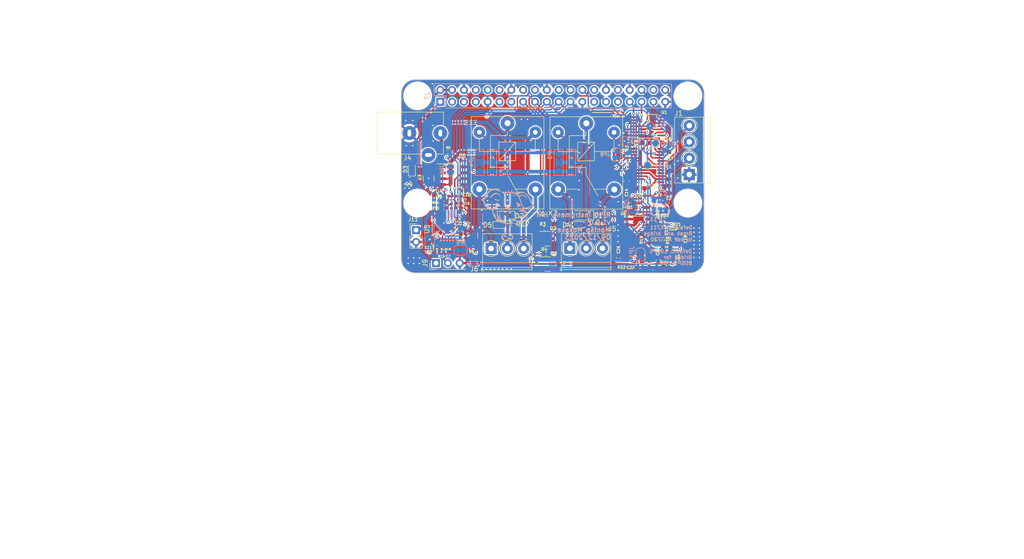
<source format=kicad_pcb>
(kicad_pcb (version 20221018) (generator pcbnew)
  (title_block (title "Raspberry Pi Zero Instrumentation HAT") (date "2023-12-06") (rev "0.1.0") (comment 1 "@supervisor Justin Pead") (comment 2 "@author Montso Mokake"))
  (layers (0 "F.Cu" signal) (31 "B.Cu" signal) (34 "B.Paste" user) (35 "F.Paste" user) (36 "B.SilkS" user "B.Silkscreen") (37 "F.SilkS" user "F.Silkscreen") (38 "B.Mask" user) (39 "F.Mask" user) (44 "Edge.Cuts" user))
  (net 0 "")
  (net 1 "+5V")
  (net 2 "GND")
  (net 3 "/Power Monitor/ADC1")
  (net 4 "/GPIO5")
  (net 5 "/GPIO6")
  (net 6 "/GPIO26")
  (net 7 "/Power Monitor/ADC4")
  (net 8 "/Power Monitor/ADC2")
  (net 9 "/Power Monitor/ADC3")
  (net 10 "/Power Monitor/ADC5")
  (net 11 "+3.3V")
  (net 12 "Net-(U4-FILTER)")
  (net 13 "Net-(IC1-VBIAS)")
  (net 14 "/Instumentaional Amp/SPI_SCL_BUFF")
  (net 15 "/EXC+")
  (net 16 "Net-(U6-VBG)")
  (net 17 "Net-(U6-INA+)")
  (net 18 "Net-(U6-INA-)")
  (net 19 "Net-(D1-A)")
  (net 20 "Net-(D2-A)")
  (net 21 "Net-(D3-K)")
  (net 22 "Net-(D4-A)")
  (net 23 "Net-(D5-A)")
  (net 25 "/LOAD_CELL_PWR")
  (net 26 "+BATT")
  (net 27 "/Relays/NO1")
  (net 28 "/Relays/COM1")
  (net 29 "/Relays/NC1")
  (net 30 "/Relays/NO2")
  (net 31 "/Relays/COM2")
  (net 32 "/Relays/NC2")
  (net 34 "/Power Monitor/IN0")
  (net 35 "/AIN1+")
  (net 36 "/AIN1-")
  (net 40 "/Power Monitor/ADC0")
  (net 41 "/Power Monitor/ADC7")
  (net 42 "/Power Monitor/ADC6")
  (net 43 "/GPIO2_SDA1")
  (net 44 "/GPIO3_SCL1")
  (net 45 "/GPIO4_GPIO_4")
  (net 46 "/GPIO14_TXD0")
  (net 47 "/GPIO15_RXD0")
  (net 48 "/GPIO17_GEN0")
  (net 49 "/GPIO18_GEN1")
  (net 50 "/GPIO27_GEN2")
  (net 51 "/GPIO22_GEN3")
  (net 52 "/GPIO23_GEN4")
  (net 53 "/GPIO24_GEN5")
  (net 54 "/GPIO10_SPI_MOSI")
  (net 55 "/GPIO9_SPI_MISO")
  (net 56 "/GPIO25_GEN6")
  (net 57 "/GPIO11_SPI_SCLK")
  (net 58 "/GPIO8_SPI_CE0_N")
  (net 59 "/GPIO7_SPI_CE1_N")
  (net 60 "/ID_SD")
  (net 61 "/ID_SC")
  (net 62 "/GPIO12")
  (net 63 "/GPIO13")
  (net 64 "/GPIO19_SPI_MISO")
  (net 65 "/GPIO20_SPI_MOSI")
  (net 66 "/Instumentaional Amp/SPI_MOSI_BUFF")
  (net 68 "/Instumentaional Amp/SPI_MISO_BUFF")
  (net 69 "/LOAD_CELL_EXC")
  (net 70 "/S+")
  (net 71 "/S-")
  (net 72 "Net-(J9-Pin_1)")
  (net 73 "/GPIO21_SPI_SCLK")
  (net 74 "/GPIO16")
  (net 75 "Net-(JP5-B)")
  (net 76 "/Power Monitor/Batt_Sensed")
  (net 77 "Net-(JP6-A)")
  (net 78 "Net-(JP8-A)")
  (net 79 "/INA+")
  (net 80 "Net-(JP10-B)")
  (net 81 "/INA-")
  (net 82 "Net-(Q4-C)")
  (net 83 "Net-(Q1-B)")
  (net 84 "Net-(Q2-B)")
  (net 85 "Net-(Q3-B)")
  (net 86 "Net-(Q4-B)")
  (net 87 "Net-(U6-VFB)")
  (footprint "lib:MountingHole_2.7mm_M2.5_uHAT_RPi" (layer "F.Cu") (at 121.032 94.568)
    (fp_text reference "H1" hide)
    (fp_text value "MountingHole" hide)
  )
  (footprint "lib:MountingHole_2.7mm_M2.5_uHAT_RPi" (layer "F.Cu") (at 179.032 94.568)
    (fp_text reference "H2" hide)
    (fp_text value "MountingHole" hide)
  )
  (footprint "lib:MountingHole_2.7mm_M2.5_uHAT_RPi" (layer "F.Cu") (at 179.032 117.568)
    (fp_text reference "H3" hide)
    (fp_text value "MountingHole" hide)
  )
  (footprint "lib:MountingHole_2.7mm_M2.5_uHAT_RPi" (layer "F.Cu") (at 121.032 117.568)
    (fp_text reference "H4" hide)
    (fp_text value "MountingHole" hide)
  )
  (footprint "TerminalBlock_Phoenix:TerminalBlock_Phoenix_PT-1,5-4-3.5-H_1x04_P3.50mm_Horizontal" (layer "F.Cu") (at 179.324 111.45 90)
    (fp_text reference "J1")
    (fp_text value "Screw_Terminal_01x04")
  )
  (footprint "Diode_SMD:D_0603_1608Metric" (layer "F.Cu") (at 155.63 122.242)
    (fp_text reference "D4")
    (fp_text value "Blue_LED")
  )
  (footprint "Connector_PinHeader_2.54mm:PinHeader_1x03_P2.54mm_Vertical" (layer "F.Cu") (at 124.985 130.46 90)
    (fp_text reference "J9")
    (fp_text value "Conn_01x03_Male")
  )
  (footprint "Resistor_SMD:R_0402_1005Metric" (layer "F.Cu") (at 166.05 107.39 -90)
    (fp_text reference "R2")
    (fp_text value "4k7")
  )
  (footprint "Capacitor_SMD:C_0603_1608Metric" (layer "F.Cu") (at 174.95 105.825 -90)
    (fp_text reference "C17")
    (fp_text value "100n")
  )
  (footprint "Capacitor_SMD:C_0603_1608Metric" (layer "F.Cu") (at 174.95 114.65 90)
    (fp_text reference "C2")
    (fp_text value "100n")
  )
  (footprint "Package_SO:TSSOP-24_4.4x7.8mm_P0.65mm" (layer "F.Cu") (at 170.35 109.514)
    (fp_text reference "IC1")
    (fp_text value "AD7730")
  )
  (footprint "Resistor_SMD:R_0402_1005Metric" (layer "F.Cu") (at 171.675 119.29 90)
    (fp_text reference "R1")
    (fp_text value "1k")
  )
  (footprint "Capacitor_SMD:C_0603_1608Metric" (layer "F.Cu") (at 168.95 114.4)
    (fp_text reference "C15")
    (fp_text value "100n")
  )
  (footprint "ADC108S022CIMTX_NOPB:SOP65P640X120-16N" (layer "F.Cu") (at 126.6798 122.8364 90)
    (fp_text reference "U5")
    (fp_text value "ADC108S022CIMTX")
  )
  (footprint "Capacitor_SMD:C_0402_1005Metric" (layer "F.Cu") (at 172.6 121.645 -90)
    (fp_text reference "C20")
    (fp_text value "100n")
  )
  (footprint "Relay_THT:Relay_SPDT_SANYOU_SRD_Series_Form_C" (layer "F.Cu") (at 140.332 100.424605 -90)
    (fp_text reference "K1")
    (fp_text value "SANYOU_SRD_Form_C")
  )
  (footprint "Capacitor_SMD:C_0603_1608Metric" (layer "F.Cu") (at 169.825 104.65)
    (fp_text reference "C3")
    (fp_text value "10u")
  )
  (footprint "Resistor_SMD:R_0402_1005Metric" (layer "F.Cu") (at 119.37 112.48 180)
    (fp_text reference "R9")
    (fp_text value "1k")
  )
  (footprint "Package_TO_SOT_SMD:SOT-23" (layer "F.Cu") (at 174.85 130.2875 -90)
    (fp_text reference "Q4")
    (fp_text value "S8550")
  )
  (footprint "Diode_SMD:D_SOD-123" (layer "F.Cu") (at 156.46 120.21 180)
    (fp_text reference "D1")
    (fp_text value "1N5819")
  )
  (footprint "Diode_SMD:D_SOD-123" (layer "F.Cu") (at 139.539 120.308 180)
    (fp_text reference "D2")
    (fp_text value "1N5819")
  )
  (footprint "Capacitor_SMD:C_0402_1005Metric" (layer "F.Cu") (at 127.635 127.5588 -90)
    (fp_text reference "C7")
    (fp_text value "1n")
  )
  (footprint "Resistor_SMD:R_0402_1005Metric" (layer "F.Cu") (at 130.175 123.571 -90)
    (fp_text reference "R11")
    (fp_text value "33k")
  )
  (footprint "Resistor_SMD:R_0402_1005Metric" (layer "F.Cu") (at 126.6952 117.5512)
    (fp_text reference "R14")
    (fp_text value "33k")
  )
  (footprint "Package_SO:SOIC-8_3.9x4.9mm_P1.27mm" (layer "F.Cu") (at 128.651 111.7092)
    (fp_text reference "U4")
    (fp_text value "ACS712xLCTR-20A")
  )
  (footprint "Package_TO_SOT_SMD:SOT-23" (layer "F.Cu") (at 148.9733 130.6576)
    (fp_text reference "Q3")
    (fp_text value "S8050_SMD")
  )
  (footprint "Resistor_SMD:R_0402_1005Metric" (layer "F.Cu") (at 127.52 106.65)
    (fp_text reference "R5")
    (fp_text value "68k")
  )
  (footprint "Diode_SMD:D_0603_1608Metric" (layer "F.Cu") (at 119.8 110.28 90)
    (fp_text reference "D3")
    (fp_text value "LED_Small")
  )
  (footprint "Relay_THT:Relay_SPDT_SANYOU_SRD_Series_Form_C" (layer "F.Cu") (at 157.232 100.457 -90)
    (fp_text reference "K2")
    (fp_text value "SANYOU_SRD_Form_C")
  )
  (footprint "Package_SO:SOP-16_3.9x9.9mm_P1.27mm" (layer "F.Cu") (at 168.375 125.465 180)
    (fp_text reference "U6")
    (fp_text value "HX711")
  )
  (footprint "Connector_PinHeader_2.54mm:PinHeader_1x02_P2.54mm_Vertical" (layer "F.Cu") (at 120.7 123.375)
    (fp_text reference "J11")
    (fp_text value "Conn_01x02_Male")
  )
  (footprint "Resistor_SMD:R_0402_1005Metric" (layer "F.Cu") (at 168.8 131.2)
    (fp_text reference "R22")
    (fp_text value "10k")
  )
  (footprint "Capacitor_SMD:C_0402_1005Metric" (layer "F.Cu") (at 129.7654 118.6098)
    (fp_text reference "C9")
    (fp_text value "1n")
  )
  (footprint "Capacitor_SMD:C_0402_1005Metric" (layer "F.Cu") (at 130.8 114.9)
    (fp_text reference "C10")
    (fp_text value "100n")
  )
  (footprint "Capacitor_SMD:C_0402_1005Metric" (layer "F.Cu") (at 126.6952 118.618)
    (fp_text reference "C13")
    (fp_text value "100n")
  )
  (footprint "Resistor_SMD:R_0402_1005Metric" (layer "F.Cu") (at 148.21 123.0376)
    (fp_text reference "R3")
    (fp_text value "1k")
  )
  (footprint "TerminalBlock_Phoenix:TerminalBlock_Phoenix_PT-1,5-3-3.5-H_1x03_P3.50mm_Horizontal" (layer "F.Cu") (at 153.7 127.275)
    (fp_text reference "J5")
    (fp_text value "Screw_Terminal_01x03")
  )
  (footprint "Resistor_SMD:R_0402_1005Metric" (layer "F.Cu") (at 132.9944 127.1016 180)
    (fp_text reference "R8")
    (fp_text value "220R")
  )
  (footprint "Resistor_SMD:R_0402_1005Metric" (layer "F.Cu") (at 127.3 116.1)
    (fp_text reference "R6")
    (fp_text value "100k")
  )
  (footprint "Resistor_SMD:R_0402_1005Metric" (layer "F.Cu") (at 173.7 125.6 90)
    (fp_text reference "R18")
    (fp_text value "27k")
  )
  (footprint "TerminalBlock_Phoenix:TerminalBlock_Phoenix_PT-1,5-3-3.5-H_1x03_P3.50mm_Horizontal" (layer "F.Cu") (at 136.8 127.315)
    (fp_text reference "J6")
    (fp_text value "Screw_Terminal_01x03")
  )
  (footprint "Package_TO_SOT_SMD:SOT-23" (layer "F.Cu") (at 132.3848 124.5616 90)
    (fp_text reference "U2")
    (fp_text value "CJ431")
  )
  (footprint "Resistor_SMD:R_0402_1005Metric" (layer "F.Cu") (at 129.7 116.1)
    (fp_text reference "R7")
    (fp_text value "33k")
  )
  (footprint "Resistor_SMD:R_0402_1005Metric" (layer "F.Cu") (at 172.605 125.585 -90)
    (fp_text reference "R19")
    (fp_text value "12k")
  )
  (footprint "Capacitor_SMD:C_0603_1608Metric" (layer "F.Cu") (at 171.505 131.45)
    (fp_text reference "C22")
    (fp_text value "10u")
  )
  (footprint "Capacitor_SMD:C_0402_1005Metric" (layer "F.Cu") (at 164.105 129.385 90)
    (fp_text reference "C21")
    (fp_text value "100n")
  )
  (footprint "Capacitor_SMD:C_0402_1005Metric" (layer "F.Cu") (at 128.27 118.237 90)
    (fp_text reference "C4")
    (fp_text value "1n")
  )
  (footprint "Inductor_SMD:L_0603_1608Metric" (layer "F.Cu") (at 174.45 127.375 180)
    (fp_text reference "L1")
    (fp_text value "3.3uH")
  )
  (footprint "Resistor_SMD:R_0402_1005Metric" (layer "F.Cu") (at 141.19 122.04)
    (fp_text reference "R17")
    (fp_text value "120R")
  )
  (footprint "Resistor_SMD:R_0402_1005Metric" (layer "F.Cu") (at 129.74 117.62)
    (fp_text reference "R15")
    (fp_text value "33k")
  )
  (footprint "Resistor_SMD:R_0402_1005Metric" (layer "F.Cu") (at 174.075 122.2 180)
    (fp_text reference "R21")
    (fp_text value "100R")
  )
  (footprint "Diode_SMD:D_0603_1608Metric" (layer "F.Cu") (at 138.696 122.262)
    (fp_text reference "D5")
    (fp_text value "Blue_LED")
  )
  (footprint "Capacitor_SMD:C_0603_1608Metric" (layer "F.Cu") (at 175.85 125.075 90)
    (fp_text reference "C23")
    (fp_text value "100n")
  )
  (footprint "Capacitor_SMD:C_0402_1005Metric" (layer "F.Cu") (at 130.7 108.5088 180)
    (fp_text reference "C6")
    (fp_text value "100n")
  )
  (footprint "Capacitor_SMD:C_0402_1005Metric" (layer "F.Cu") (at 125.222 127.1016)
    (fp_text reference "C11")
    (fp_text value "1u")
  )
  (footprint "Capacitor_SMD:C_0603_1608Metric" (layer "F.Cu") (at 165.8 112.8776 90)
    (fp_text reference "C14")
    (fp_text value "100n")
  )
  (footprint "Package_TO_SOT_SMD:SOT-23" (layer "F.Cu") (at 148.8737 125.222)
    (fp_text reference "Q2")
    (fp_text value "S8050_SMD")
  )
  (footprint "UCT:Barrel_Jack_2A_C84007" (layer "F.Cu") (at 112.361 102.558)
    (fp_text reference "J4")
    (fp_text value "Barrel_Jack")
  )
  (footprint "Package_TO_SOT_SMD:SOT-23" (layer "F.Cu") (at 169.2375 118.52)
    (fp_text reference "Q1")
    (fp_text value "S8550")
  )
  (footprint "74LVC125APW_118:SOP65P640X110-14N" (layer "F.Cu") (at 170.279 101.1)
    (fp_text reference "U1")
    (fp_text value "74LVC125APW,118")
  )
  (footprint "Capacitor_SMD:C_0603_1608Metric" (layer "F.Cu") (at 172.75 104.65 180)
    (fp_text reference "C16")
    (fp_text value "100n")
  )
  (footprint "Capacitor_SMD:C_0402_1005Metric" (layer "F.Cu") (at 172.625 129.8 -90)
    (fp_text reference "C24")
    (fp_text value "100n")
  )
  (footprint "TMP235A2DCKR:SOT65P210X110-5N" (layer "F.Cu") (at 123.4 112.3 90)
    (fp_text reference "U3")
    (fp_text value "TMP23X")
  )
  (footprint "Capacitor_SMD:C_0603_1608Metric" (layer "F.Cu") (at 174.95 111.65 -90)
    (fp_text reference "C1")
    (fp_text value "10u")
  )
  (footprint "Resistor_SMD:R_0402_1005Metric" (layer "F.Cu") (at 158.111 121.942)
    (fp_text reference "R16")
    (fp_text value "120R")
  )
  (footprint "Resistor_SMD:R_0402_1005Metric" (layer "F.Cu") (at 126.619 127.635 90)
    (fp_text reference "R10")
    (fp_text value "68k")
  )
  (footprint "Capacitor_SMD:C_0603_1608Metric" (layer "F.Cu") (at 177.3 125.075 90)
    (fp_text reference "C18")
    (fp_text value "10u")
  )
  (footprint "Resistor_SMD:R_0402_1005Metric" (layer "F.Cu") (at 148.5669 128.4732)
    (fp_text reference "R4")
    (fp_text value "1k")
  )
  (footprint "Capacitor_SMD:C_0402_1005Metric" (layer "F.Cu") (at 125.22 128.08)
    (fp_text reference "C12")
    (fp_text value "100n")
  )
  (footprint "Resistor_SMD:R_0402_1005Metric" (layer "F.Cu") (at 174.075 121.2 180)
    (fp_text reference "R20")
    (fp_text value "100R")
  )
  (footprint "Capacitor_SMD:C_0402_1005Metric" (layer "F.Cu") (at 130.2004 125.5268 90)
    (fp_text reference "C5")
    (fp_text value "1n")
  )
  (footprint "Capacitor_SMD:C_0402_1005Metric" (layer "F.Cu") (at 173.005 123.535)
    (fp_text reference "C19")
    (fp_text value "100n")
  )
  (footprint "Jumper:SolderJumper-3_P1.3mm_Bridged2Bar12_RoundedPad1.0x1.5mm" (layer "B.Cu") (at 167.2325 118.25 -90)
    (fp_text reference "JP12")
    (fp_text value "EXCITATION")
  )
  (footprint "TestPoint:TestPoint_Pad_D1.5mm" (layer "B.Cu") (at 170.3832 109.474 180)
    (fp_text reference "TP7" hide)
    (fp_text value "TestPoint")
  )
  (footprint "Jumper:SolderJumper-2_P1.3mm_Open_RoundedPad1.0x1.5mm" (layer "B.Cu") (at 163.55 107.15 -90)
    (fp_text reference "JP8")
    (fp_text value "Jumper_NO_Small")
  )
  (footprint "TestPoint:TestPoint_Pad_D1.5mm" (layer "B.Cu") (at 170.8912 101.0412 180)
    (fp_text reference "TP6" hide)
    (fp_text value "TestPoint")
  )
  (footprint "Jumper:SolderJumper-3_P2.0mm_Open_TrianglePad1.0x1.5mm" (layer "B.Cu") (at 151.3275 108.85 -90)
    (fp_text reference "JP3")
    (fp_text value "Jumper_3_Open")
  )
  (footprint "Jumper:SolderJumper-2_P1.3mm_Bridged_RoundedPad1.0x1.5mm" (layer "B.Cu") (at 130.2512 127.7112)
    (fp_text reference "JP5")
    (fp_text value "Jumper_NC_Small")
  )
  (footprint "Jumper:SolderJumper-2_P1.3mm_Bridged_RoundedPad1.0x1.5mm" (layer "B.Cu") (at 168.85 128.6 -90)
    (fp_text reference "JP10")
    (fp_text value "RATE")
  )
  (footprint "Jumper:SolderJumper-3_P2.0mm_Open_TrianglePad1.0x1.5mm" (layer "B.Cu") (at 153.984 108.839 -90)
    (fp_text reference "JP1")
    (fp_text value "Jumper_3_Open")
  )
  (footprint "TestPoint:TestPoint_Pad_D1.5mm" (layer "B.Cu") (at 172.1104 104.7496 180)
    (fp_text reference "TP8" hide)
    (fp_text value "TestPoint")
  )
  (footprint "lib:PinSocket_2x20_P2.54mm_Vertical_Centered_Anchor" (layer "B.Cu") (at 150.032 94.568 -90)
    (fp_text reference "J7")
    (fp_text value "GPIO_CONNECTOR")
  )
  (footprint "Jumper:SolderJumper-3_P1.3mm_Bridged2Bar12_RoundedPad1.0x1.5mm" (layer "B.Cu") (at 173.025 119.2 180)
    (fp_text reference "JP11")
    (fp_text value "S-")
  )
  (footprint "Jumper:SolderJumper-3_P2.0mm_Open_TrianglePad1.0x1.5mm" (layer "B.Cu") (at 123.55 125.1 90)
    (fp_text reference "JP7")
    (fp_text value "Jumper_3_Open")
  )
  (footprint "Jumper:SolderJumper-3_P1.3mm_Bridged2Bar12_RoundedPad1.0x1.5mm" (layer "B.Cu") (at 173.025 116.9 180)
    (fp_text reference "JP9")
    (fp_text value "S+")
  )
  (footprint "Jumper:SolderJumper-3_P2.0mm_Open_TrianglePad1.0x1.5mm" (layer "B.Cu") (at 137.05 108.83 -90)
    (fp_text reference "JP2")
    (fp_text value "Jumper_3_Open")
  )
  (footprint "TestPoint:TestPoint_Pad_D1.5mm" (layer "B.Cu") (at 165.4048 104.2924 180)
    (fp_text reference "TP5" hide)
    (fp_text value "TestPoint")
  )
  (footprint "Jumper:SolderJumper-3_P2.0mm_Open_TrianglePad1.0x1.5mm" (layer "B.Cu") (at 134.366 108.839 -90)
    (fp_text reference "JP4")
    (fp_text value "Jumper_3_Open")
  )
  (footprint "LOGO" (layer "B.Cu") (at 140.043531 120.455059 180)
    (fp_text reference "G***" hide)
    (fp_text value "LOGO" hide)
  )
  (footprint "Jumper:SolderJumper-2_P1.3mm_Open_RoundedPad1.0x1.5mm" (layer "B.Cu") (at 128.1 110.35 -90)
    (fp_text reference "JP6")
    (fp_text value "Jumper_NO_Small")
  )
  (gr_line (start 120.532 132.568) (end 179.51068 132.568) (stroke (width 0.15)) (layer "Edge.Cuts"))
  (gr_arc (start 179.532 91.068) (mid 181.65332 91.94668) (end 182.532 94.068) (stroke (width 0.15)) (layer "Edge.Cuts"))
  (gr_arc (start 182.51068 129.568) (mid 181.625787 131.683107) (end 179.51068 132.568) (stroke (width 0.15)) (layer "Edge.Cuts"))
  (gr_arc (start 120.532 132.568) (mid 118.41068 131.68932) (end 117.532 129.568) (stroke (width 0.15)) (layer "Edge.Cuts"))
  (gr_arc (start 117.532 94.068) (mid 118.41068 91.94668) (end 120.532 91.068) (stroke (width 0.15)) (layer "Edge.Cuts"))
  (gr_line (start 117.532 129.568) (end 117.532 94.068) (stroke (width 0.15)) (layer "Edge.Cuts"))
  (gr_line (start 182.532 94.068) (end 182.51068 129.568) (stroke (width 0.15)) (layer "Edge.Cuts"))
  (gr_line (start 179.532 91.068) (end 120.532 91.068) (stroke (width 0.15)) (layer "Edge.Cuts"))
  (gr_text "Default: 10SPS\nBridge for\n80SPS ODR" (at 180 130.95) (layer "B.SilkS") (effects (font (size 0.8 0.8)) (justify left bottom mirror)))
  (gr_text "Default: HX711\nBreak and bridge\nto use AD7730" (at 180.1 125.85) (layer "B.SilkS") (effects (font (size 0.8 0.8)) (justify left bottom mirror)))
  (gr_text "mosi" (at 175 109.95) (layer "B.SilkS") (effects (font (size 1 1)) (justify left bottom mirror)))
  (gr_text "sck" (at 169.1 104.8) (layer "B.SilkS") (effects (font (size 1 1)) (justify left bottom mirror)))
  (gr_text "miso" (at 176.85 105.25) (layer "B.SilkS") (effects (font (size 1 1)) (justify left bottom mirror)))
  (gr_text "!cs" (at 174.25 101.45) (layer "B.SilkS") (effects (font (size 1 1)) (justify left bottom mirror)))
  (gr_text "RPi0 Instrument. HAT\nv1.0.0\nMontšo Mokake\n09/12/2023" (at 162.55 122.5) (layer "B.SilkS") (effects (font (size 1 1) (thickness 0.2) bold) (justify left mirror)))
  (segment (start 144.66 111.54) (end 143.65 112.55) (width 0.3) (layer "F.Cu") (net 1))
  (segment (start 167.4761 111.1504) (end 167.4875 111.139) (width 0.4) (layer "F.Cu") (net 1))
  (segment (start 124.45 94.75) (end 124.45 97.95) (width 0.4) (layer "F.Cu") (net 1))
  (segment (start 166.0504 111.1504) (end 167.4761 111.1504) (width 0.4) (layer "F.Cu") (net 1))
  (segment (start 172.18 129.32) (end 172.625 129.32) (width 0.3) (layer "F.Cu") (net 1))
  (segment (start 144.68 110.84) (end 144.68 103.976605) (width 0.8) (layer "F.Cu") (net 1))
  (segment (start 158.11 120.21) (end 158.3 120.4) (width 0.4) (layer "F.Cu") (net 1))
  (segment (start 138.1 118.2) (end 138.1 118.22) (width 0.4) (layer "F.Cu") (net 1))
  (segment (start 131.18 108.5088) (end 131.18 109.7502) (width 0.3) (layer "F.Cu") (net 1))
  (segment (start 134.61 129.8548) (end 134.6708 129.794) (width 0.4) (layer "F.Cu") (net 1))
  (segment (start 123.26 97.84) (end 124.41 97.84) (width 0.4) (layer "F.Cu") (net 1))
  (segment (start 134.6708 129.794) (end 134.6708 119.6792) (width 0.4) (layer "F.Cu") (net 1))
  (segment (start 140.276 120.396) (end 141.223 120.396) (width 0.4) (layer "F.Cu") (net 1))
  (segment (start 158.621 122.729) (end 158.621 121.942) (width 0.4) (layer "F.Cu") (net 1))
  (segment (start 163.8 108.9) (end 163.182 108.282) (width 0.4) (layer "F.Cu") (net 1))
  (segment (start 134.61 129.8548) (end 133.858 130.6068) (width 0.4) (layer "F.Cu") (net 1))
  (segment (start 144.68 103.976605) (end 146.282 102.374605) (width 0.8) (layer "F.Cu") (net 1))
  (segment (start 133.44 100.29) (end 126.79 100.29) (width 0.4) (layer "F.Cu") (net 1))
  (segment (start 175.8 130.588) (end 175.8 129.35) (width 0.3) (layer "F.Cu") (net 1))
  (segment (start 163.9784 120.4) (end 166.8084 117.57) (width 0.4) (layer "F.Cu") (net 1))
  (segment (start 134.6708 119.6792) (end 136.1 118.25) (width 0.4) (layer "F.Cu") (net 1))
  (segment (start 168.8795 117.57) (end 168.3 117.57) (width 0.4) (layer "F.Cu") (net 1))
  (segment (start 143.65 119.25) (end 142.504 120.396) (width 0.3) (layer "F.Cu") (net 1))
  (segment (start 159.35 121.213) (end 159.35 120.41) (width 0.4) (layer "F.Cu") (net 1))
  (segment (start 122.42 103.33) (end 122.42 98.68) (width 0.4) (layer "F.Cu") (net 1))
  (segment (start 152.85 124.3) (end 157.05 124.3) (width 0.4) (layer "F.Cu") (net 1))
  (segment (start 121.2925 109.4925) (end 121.37 109.415) (width 0.4) (layer "F.Cu") (net 1))
  (segment (start 170.789 111.139) (end 172.0704 112.4204) (width 0.4) (layer "F.Cu") (net 1))
  (segment (start 144.66 110.86) (end 144.66 111.54) (width 0.3) (layer "F.Cu") (net 1))
  (segment (start 167.4875 111.139) (end 170.789 111.139) (width 0.4) (layer "F.Cu") (net 1))
  (segment (start 133.45 100.28) (end 133.44 100.29) (width 0.4) (layer "F.Cu") (net 1))
  (segment (start 141.223 121.538) (end 141.734 122.049) (width 0.3) (layer "F.Cu") (net 1))
  (segment (start 173.2265 112.425) (end 173.2125 112.439) (width 0.3) (layer "F.Cu") (net 1))
  (segment (start 172.0704 112.9296) (end 172.0704 112.4204) (width 0.4) (layer "F.Cu") (net 1))
  (segment (start 131.18 109.7502) (end 131.126 109.8042) (width 0.3) (layer "F.Cu") (net 1))
  (segment (start 158.621 121.942) (end 159.35 121.213) (width 0.4) (layer "F.Cu") (net 1))
  (segment (start 121.37 104.38) (end 122.42 103.33) (width 0.4) (layer "F.Cu") (net 1))
  (segment (start 172.0704 112.4204) (end 172.1104 112.4204) (width 0.4) (layer "F.Cu") (net 1))
  (segment (start 158.3 120.4) (end 163.9784 120.4) (width 0.4) (layer "F.Cu") (net 1))
  (segment (start 123.57 128.08) (end 124.74 128.08) (width 0.3) (layer "F.Cu") (net 1))
  (segment (start 170.875 129.91) (end 171.59 129.91) (width 0.3) (layer "F.Cu") (net 1))
  (segment (start 123.55 128.06) (end 123.57 128.08) (width 0.3) (layer "F.Cu") (net 1))
  (segment (start 159.35 120.41) (end 158.11 120.41) (width 0.4) (layer "F.Cu") (net 1))
  (segment (start 170.48 131.2) (end 170.73 131.45) (width 0.3) (layer "F.Cu") (net 1))
  (segment (start 163.8 108.9) (end 166.0504 111.1504) (width 0.4) (layer "F.Cu") (net 1))
  (segment (start 172.1104 112.439) (end 173.2125 112.439) (width 0.4) (layer "F.Cu") (net 1))
  (segment (start 121.37 109.415) (end 121.37 104.38) (width 0.4) (layer "F.Cu") (net 1))
  (segment (start 122.42 98.68) (end 123.26 97.84) (width 0.4) (layer "F.Cu") (net 1))
  (segment (start 123.1925 109.4925) (end 124.05 110.35) (width 0.3) (layer "F.Cu") (net 1))
  (segment (start 152.45 130.6) (end 151.6 129.75) (width 0.4) (layer "F.Cu") (net 1))
  (segment (start 142.504 120.396) (end 141.223 120.396) (width 0.3) (layer "F.Cu") (net 1))
  (segment (start 124.05 110.35) (end 124.05 111.35) (width 0.3) (layer "F.Cu") (net 1))
  (segment (start 151.6 129.75) (end 151.6 125.55) (width 0.4) (layer "F.Cu") (net 1))
  (segment (start 133.05 110.8) (end 132.0542 109.8042) (width 0.3) (layer "F.Cu") (net 1))
  (segment (start 151.6 125.55) (end 152.85 124.3) (width 0.4) (layer "F.Cu") (net 1))
  (segment (start 126.79 100.29) (end 124.45 97.95) (width 0.4) (layer "F.Cu") (net 1))
  (segment (start 132.0542 109.8042) (end 131.126 109.8042) (width 0.3) (layer "F.Cu") (net 1))
  (segment (start 169.75 116.6995) (end 168.8795 117.57) (width 0.4) (layer "F.Cu") (net 1))
  (segment (start 157.05 124.3) (end 158.621 122.729) (width 0.4) (layer "F.Cu") (net 1))
  (segment (start 121.2925 109.4925) (end 123.1925 109.4925) (width 0.3) (layer "F.Cu") (net 1))
  (segment (start 169.31 131.2) (end 170.48 131.2) (width 0.3) (layer "F.Cu") (net 1))
  (segment (start 133.858 130.6068) (end 132.334 130.6068) (width 0.8) (layer "F.Cu") (net 1))
  (segment (start 153.85 130.6) (end 152.45 130.6) (width 0.4) (layer "F.Cu") (net 1))
  (segment (start 163.182 108.282) (end 163.182 102.407) (width 0.4) (layer "F.Cu") (net 1))
  (segment (start 174.95 113.875) (end 174.95 112.425) (width 0.3) (layer "F.Cu") (net 1))
  (segment (start 170.73 131.45) (end 170.73 130.055) (width 0.3) (layer "F.Cu") (net 1))
  (segment (start 171.59 129.91) (end 172.18 129.32) (width 0.3) (layer "F.Cu") (net 1))
  (segment (start 175.8188 130.6068) (end 175.8 130.588) (width 0.3) (layer "F.Cu") (net 1))
  (segment (start 124.742 127.1016) (end 125.0548 126.7888) (width 0.3) (layer "F.Cu") (net 1))
  (segment (start 166.8084 117.57) (end 168.3 117.57) (width 0.4) (layer "F.Cu") (net 1))
  (segment (start 138.1 118.22) (end 140.276 120.396) (width 0.4) (layer "F.Cu") (net 1))
  (segment (start 143.65 112.55) (end 143.65 119.25) (width 0.3) (layer "F.Cu") (net 1))
  (segment (start 125.902 93.298) (end 128.442 93.298) (width 0.4) (layer "F.Cu") (net 1))
  (segment (start 141.223 120.396) (end 141.223 121.538) (width 0.3) (layer "F.Cu") (net 1))
  (segment (start 125.902 93.298) (end 124.45 94.75) (width 0.4) (layer "F.Cu") (net 1))
  (segment (start 170.73 130.055) (end 170.875 129.91) (width 0.3) (layer "F.Cu") (net 1))
  (segment (start 170.6 114.4) (end 172.0704 112.9296) (width 0.4) (layer "F.Cu") (net 1))
  (segment (start 124.742 128.016) (end 124.742 127.1016) (width 0.3) (layer "F.Cu") (net 1))
  (segment (start 174.95 112.425) (end 173.2265 112.425) (width 0.3) (layer "F.Cu") (net 1))
  (segment (start 169.75 114.425) (end 169.725 114.4) (width 0.4) (layer "F.Cu") (net 1))
  (segment (start 119.8 109.4925) (end 121.2925 109.4925) (width 0.3) (layer "F.Cu") (net 1))
  (segment (start 141.734 122.049) (end 141.734 122.128) (width 0.3) (layer "F.Cu") (net 1))
  (segment (start 169.725 114.4) (end 170.6 114.4) (width 0.4) (layer "F.Cu") (net 1))
  (segment (start 158.11 120.41) (end 158.11 120.21) (width 0.25) (layer "F.Cu") (net 1))
  (segment (start 125.0548 126.7888) (end 125.0548 125.7364) (width 0.3) (layer "F.Cu") (net 1))
  (segment (start 169.75 115.3005) (end 169.75 114.425) (width 0.4) (layer "F.Cu") (net 1))
  (via (at 132.334 130.6068) (size 0.6) (drill 0.3) (layers "F.Cu" "B.Cu") (net 1))
  (via (at 175.8188 130.6068) (size 0.6) (drill 0.3) (layers "F.Cu" "B.Cu") (net 1))
  (via (at 133.05 110.8) (size 0.6) (drill 0.3) (layers "F.Cu" "B.Cu") (net 1))
  (via (at 138.1 118.2) (size 0.6) (drill 0.3) (layers "F.Cu" "B.Cu") (net 1))
  (via (at 133.858 130.6068) (size 0.6) (drill 0.3) (layers "F.Cu" "B.Cu") (net 1))
  (via (at 169.75 115.3005) (size 0.6) (drill 0.3) (layers "F.Cu" "B.Cu") (net 1))
  (via (at 170.7388 130.6068) (size 0.6) (drill 0.3) (layers "F.Cu" "B.Cu") (net 1))
  (via (at 136.1 118.25) (size 0.6) (drill 0.3) (layers "F.Cu" "B.Cu") (net 1))
  (via (at 144.66 110.86) (size 0.6) (drill 0.3) (layers "F.Cu" "B.Cu") (net 1))
  (via (at 123.55 128.06) (size 0.6) (drill 0.3) (layers "F.Cu" "B.Cu") (net 1))
  (via (at 132.5 100.29) (size 0.6) (drill 0.3) (layers "F.Cu" "B.Cu") (net 1))
  (via (at 131.53 100.28) (size 0.6) (drill 0.3) (layers "F.Cu" "B.Cu") (net 1))
  (via (at 153.85 130.6) (size 0.6) (drill 0.3) (layers "F.Cu" "B.Cu") (net 1))
  (via (at 133.45 100.28) (size 0.6) (drill 0.3) (layers "F.Cu" "B.Cu") (net 1))
  (via (at 169.75 116.6995) (size 0.6) (drill 0.3) (layers "F.Cu" "B.Cu") (net 1))
  (via (at 152.45 130.6) (size 0.6) (drill 0.3) (layers "F.Cu" "B.Cu") (net 1))
  (segment (start 144.751 110.839) (end 136.966 110.839) (width 0.8) (layer "B.Cu") (net 1))
  (segment (start 124.3612 127.7112) (end 129.6012 127.7112) (width 0.4) (layer "B.Cu") (net 1))
  (segment (start 132.334 130.6068) (end 170.7388 130.6068) (width 0.4) (layer "B.Cu") (net 1))
  (segment (start 134.366 110.839) (end 136.966 110.839) (width 0.8) (layer "B.Cu") (net 1))
  (segment (start 123.55 127.1) (end 123.65 127) (width 0.3) (layer "B.Cu") (net 1))
  (segment (start 151.3275 110.85) (end 144.762 110.85) (width 0.8) (layer "B.Cu") (net 1))
  (segment (start 132.334 130.6068) (end 130.7772 129.05) (width 0.4) (layer "B.Cu") (net 1))
  (segment (start 133.05 110.8) (end 133.089 110.839) (width 0.3) (layer "B.Cu") (net 1))
  (segment (start 138.1 118.2) (end 138.05 118.25) (width 0.4) (layer "B.Cu") (net 1))
  (segment (start 145.032001 103.624604) (end 146.282 102.374605) (width 0.8) (layer "B.Cu") (net 1))
  (segment (start 129.6012 128.6512) (end 129.6012 127.7112) (width 0.4) (layer "B.Cu") (net 1))
  (segment (start 135.97 100.28) (end 139.314604 103.624604) (width 0.8) (layer "B.Cu") (net 1))
  (segment (start 130.7772 129.05) (end 130 129.05) (width 0.4) (layer "B.Cu") (net 1))
  (segment (start 123.65 127) (end 124.3612 127.7112) (width 0.4) (layer "B.Cu") (net 1))
  (segment (start 139.314604 103.624604) (end 145.032001 103.624604) (width 0.8) (layer "B.Cu") (net 1))
  (segment (start 123.55 128.06) (end 123.55 127.1) (width 0.3) (layer "B.Cu") (net 1))
  (segment (start 151.384 110.839) (end 153.984 110.839) (width 0.8) (layer "B.Cu") (net 1))
  (segment (start 130 129.05) (end 129.6012 128.6512) (width 0.4) (layer "B.Cu") (net 1))
  (segment (start 170.7388 130.6068) (end 175.8188 130.6068) (width 0.4) (layer "B.Cu") (net 1))
  (segment (start 169.75 116.6995) (end 169.75 115.3005) (width 0.4) (layer "B.Cu") (net 1))
  (segment (start 138.05 118.25) (end 136.1 118.25) (width 0.4) (layer "B.Cu") (net 1))
  (segment (start 131.53 100.28) (end 135.97 100.28) (width 0.8) (layer "B.Cu") (net 1))
  (segment (start 133.089 110.839) (end 134.366 110.839) (width 0.3) (layer "B.Cu") (net 1))
  (segment (start 174.55 104.65) (end 174.95 105.05) (width 0.3) (layer "F.Cu") (net 2))
  (segment (start 128.27 117.757) (end 128.0362 117.757) (width 0.3) (layer "F.Cu") (net 2))
  (segment (start 130.2454 119.9046) (end 130.2454 118.6098) (width 0.3) (layer "F.Cu") (net 2))
  (segment (start 134.239 111.887) (end 132.5118 113.6142) (width 0.3) (layer "F.Cu") (net 2))
  (segment (start 132.5118 113.6142) (end 131.126 113.6142) (width 0.3) (layer "F.Cu") (net 2))
  (segment (start 139.84 94.6) (end 141.142 93.298) (width 0.25) (layer "F.Cu") (net 2))
  (segment (start 130.45 107.6) (end 133.15 107.6) (width 0.3) (layer "F.Cu") (net 2))
  (segment (start 130.982 93.298) (end 132.284 94.6) (width 0.25) (layer "F.Cu") (net 2))
  (segment (start 132.284 94.6) (end 136.05 94.6) (width 0.25) (layer "F.Cu") (net 2))
  (segment (start 126.659266 121.335084) (end 127.0048 120.98955) (width 0.3) (layer "F.Cu") (net 2))
  (segment (start 174.95 110.925) (end 174.086 111.789) (width 0.3) (layer "F.Cu") (net 2))
  (segment (start 169.875 103.825) (end 172.7 103.825) (width 0.3) (layer "F.Cu") (net 2))
  (segment (start 173.2125 105.939) (end 173.2125 104.9625) (width 0.3) (layer "F.Cu") (net 2))
  (segment (start 133.15 107.6) (end 134.239 108.689) (width 0.3) (layer "F.Cu") (net 2))
  (segment (start 136.062 94.612) (end 136.05 94.6) (width 0.25) (layer "F.Cu") (net 2))
  (segment (start 136.05 94.6) (end 139.84 94.6) (width 0.25) (layer "F.Cu") (net 2))
  (segment (start 125.702 125.7392) (end 125.7048 125.7364) (width 0.3) (layer "F.Cu") (net 2))
  (segment (start 134.239 108.689) (end 134.239 111.887) (width 0.3) (layer "F.Cu") (net 2))
  (segment (start 130.22 108.5088) (end 130.22 107.83) (width 0.3) (layer "F.Cu") (net 2))
  (segment (start 128.0362 117.757) (end 127.1752 118.618) (width 0.3) (layer "F.Cu") (net 2))
  (segment (start 173.2125 111.789) (end 172.256818 111.789) (width 0.3) (layer "F.Cu") (net 2))
  (segment (start 125.7 128.97) (end 125.7 128.08) (width 0.3) (layer "F.Cu") (net 2))
  (segment (start 130 120.725) (end 130 120.15) (width 0.3) (layer "F.Cu") (net 2))
  (segment (start 172.7 103.825) (end 173.525 104.65) (width 0.3) (layer "F.Cu") (net 2))
  (segment (start 126.659266 121.815734) (end 126.659266 121.335084) (width 0.3) (layer "F.Cu") (net 2))
  (segment (start 130.22 107.83) (end 130.45 107.6) (width 0.3) (layer "F.Cu") (net 2))
  (segment (start 174.95 110.875) (end 174.95 110.925) (width 0.3) (layer "F.Cu") (net 2))
  (segment (start 130.25 116.14) (end 130.21 116.1) (width 0.25) (layer "F.Cu") (net 2))
  (segment (start 173.2125 104.9625) (end 173.525 104.65) (width 0.3) (layer "F.Cu") (net 2))
  (segment (start 174.086 111.789) (end 173.2125 111.789) (width 0.3) (layer "F.Cu") (net 2))
  (segment (start 125.702 127.1016) (end 125.702 125.7392) (width 0.3) (layer "F.Cu") (net 2))
  (segment (start 172.28 131.45) (end 172.28 130.625) (width 0.3) (layer "F.Cu") (net 2))
  (segment (start 169.05 104.65) (end 169.875 103.825) (width 0.3) (layer "F.Cu") (net 2))
  (segment (start 131.28 113.7682) (end 131.126 113.6142) (width 0.25) (layer "F.Cu") (net 2))
  (segment (start 130 120.15) (end 130.2454 119.9046) (width 0.3) (layer "F.Cu") (net 2))
  (segment (start 128.5 122.225) (end 130 120.725) (width 0.3) (layer "F.Cu") (net 2))
  (segment (start 126.659266 121.934266) (end 126.95 122.225) (width 0.3) (layer "F.Cu") (net 2))
  (segment (start 136.062 95.838) (end 136.062 94.612) (width 0.25) (layer "F.Cu") (net 2))
  (segment (start 126.659266 121.815734) (end 126.659266 121.934266) (width 0.3) (layer "F.Cu") (net 2))
  (segment (start 172.256818 111.789) (end 170.956818 110.489) (width 0.3) (layer "F.Cu") (net 2))
  (segment (start 173.525 104.65) (end 174.55 104.65) (width 0.3) (layer "F.Cu") (net 2))
  (segment (start 126.95 122.225) (end 128.5 122.225) (width 0.3) (layer "F.Cu") (net 2))
  (segment (start 172.28 130.625) (end 172.625 130.28) (width 0.3) (layer "F.Cu") (net 2))
  (segment (start 123.4 113.25) (end 123.4 112.3) (width 0.3) (layer "F.Cu") (net 2))
  (segment (start 170.956818 110.489) (end 167.4875 110.489) (width 0.3) (layer "F.Cu") (net 2))
  (segment (start 130.1516 117.6782) (end 130.1516 118.6134) (width 0.3) (layer "F.Cu") (net 2))
  (segment (start 127.0048 120.98955) (end 127.0048 118.7884) (width 0.3) (layer "F.Cu") (net 2))
  (via (at 181.5084 127.382401) (size 0.6) (drill 0.3) (layers "F.Cu" "B.Cu") (net 2))
  (via (at 180.34 128.2848) (size 0.6) (drill 0.3) (layers "F.Cu" "B.Cu") (net 2))
  (via (at 181.5084 128.2848) (size 0.6) (drill 0.3) (layers "F.Cu" "B.Cu") (net 2))
  (via (at 141.1224 131.7244) (size 0.6) (drill 0.3) (layers "F.Cu" "B.Cu") (net 2))
  (via (at 119.226 113.4872) (size 0.6) (drill 0.3) (layers "F.Cu" "B.Cu") (net 2))
  (via (at 124.36 104.24) (size 0.6) (drill 0.3) (layers "F.Cu" "B.Cu") (net 2))
  (via (at 124.36 100.92) (size 0.6) (drill 0.3) (layers "F.Cu" "B.Cu") (net 2))
  (via (at 119.9896 99.85) (size 0.7) (drill 0.3) (layers "F.Cu" "B.Cu") (net 2))
  (via (at 143.3 99.6) (size 0.6) (drill 0.3) (layers "F.Cu" "B.Cu") (net 2))
  (via (at 144.6 99.6) (size 0.6) (drill 0.3) (layers "F.Cu" "B.Cu") (net 2))
  (via (at 134.8312 131.7244) (size 0.6) (drill 0.3) (layers "F.Cu" "B.Cu") (net 2))
  (via (at 164.05 117.3) (size 0.6) (drill 0.3) (layers "F.Cu" "B.Cu") (net 2))
  (via (at 125.7 128.97) (size 0.6) (drill 0.3) (layers "F.Cu" "B.Cu") (net 2))
  (via (at 119.012 130.5368) (size 0.7) (drill 0.3) (layers "F.Cu" "B.Cu") (net 2))
  (via (at 155.7 112.75) (size 0.6) (drill 0.3) (layers "F.Cu" "B.Cu") (net 2))
  (via (at 180.34 123.8384) (size 0.6) (drill 0.3) (layers "F.Cu" "B.Cu") (net 2))
  (via (at 137.5276 131.7244) (size 0.6) (drill 0.3) (layers "F.Cu" "B.Cu") (net 2))
  (via (at 180.34 122.936) (size 0.6) (drill 0.3) (layers "F.Cu" "B.Cu") (net 2))
  (via (at 176.9 108.55) (size 0.6) (drill 0.3) (layers "F.Cu" "B.Cu") (net 2))
  (via (at 181.5084 129.2272) (size 0.6) (drill 0.3) (layers "F.Cu" "B.Cu") (net 2))
  (via (at 119.9896 105.25) (size 0.7) (drill 0.3) (layers "F.Cu" "B.Cu") (net 2))
  (via (at 180.34 126.530799) (size 0.6) (drill 0.3) (layers "F.Cu" "B.Cu") (net 2))
  (via (at 165.25 102.55) (size 0.6) (drill 0.3) (layers "F.Cu" "B.Cu") (net 2))
  (via (at 165.15 117.3) (size 0.6) (drill 0.3) (layers "F.Cu" "B.Cu") (net 2))
  (via (at 126.659266 121.815734) (size 0.6) (drill 0.3) (layers "F.Cu" "B.Cu") (net 2))
  (via (at 164.05 124.65) (size 0.6) (drill 0.3) (layers "F.Cu" "B.Cu") (net 2))
  (via (at 180.34 129.2272) (size 0.6) (drill 0.3) (layers "F.Cu" "B.Cu") (net 2))
  (via (at 164.05 122.25) (size 0.6) (drill 0.3) (layers "F.Cu" "B.Cu") (net 2))
  (via (at 136.676 131.7244) (size 0.6) (drill 0.3) (layers "F.Cu" "B.Cu") (net 2))
  (via (at 181.5084 124.780801) (size 0.6) (drill 0.3) (layers "F.Cu" "B.Cu") (net 2))
  (via (at 180.34 124.780801) (size 0.6) (drill 0.3) (layers "F.Cu" "B.Cu") (net 2))
  (via (at 181.5084 126.530799) (size 0.6) (drill 0.3) (layers "F.Cu" "B.Cu") (net 2))
  (via (at 155.7 114.75) (size 0.6) (drill 0.3) (layers "F.Cu" "B.Cu") (net 2))
  (via (at 136.03 116.1288) (size 0.6) (drill 0.3) (layers "F.Cu" "B.Cu") (net 2))
  (via (at 118.6 105.25) (size 0.7) (drill 0.3) (layers "F.Cu" "B.Cu") (net 2))
  (via (at 118.5 99.85) (size 0.7) (drill 0.3) (layers "F.Cu" "B.Cu") (net 2))
  (via (at 176.15 109.25) (size 0.6) (drill 0.3) (layers "F.Cu" "B.Cu") (net 2))
  (via (at 164.05 125.85) (size 0.6) (drill 0.3) (layers "F.Cu" "B.Cu") (net 2))
  (via (at 164.25 105.15) (size 0.6) (drill 0.3) (layers "F.Cu" "B.Cu") (net 2))
  (via (at 119.012 129.3368) (size 0.7) (drill 0.3) (layers "F.Cu" "B.Cu") (net 2))
  (via (at 164.05 123.45) (size 0.6) (drill 0.3) (layers "F.Cu" "B.Cu") (net 2))
  (via (at 121.412 130.5368) (size 0.7) (drill 0.3) (layers "F.Cu" "B.Cu") (net 2))
  (via (at 123.4 112.3) (size 0.6) (drill 0.3) (layers "F.Cu" "B.Cu") (net 2))
  (via (at 120.212 130.5368) (size 0.7) (drill 0.3) (layers "F.Cu" "B.Cu") (net 2))
  (via (at 136.03 117.05) (size 0.6) (drill 0.3) (layers "F.Cu" "B.Cu") (net 2))
  (via (at 139.2776 131.7244) (size 0.6) (drill 0.3) (layers "F.Cu" "B.Cu") (net 2))
  (via (at 120.212 129.3368) (size 0.7) (drill 0.3) (layers "F.Cu" "B.Cu") (net 2))
  (via (at 130 120.15) (size 0.6) (drill 0.3) (layers "F.Cu" "B.Cu") (net 2))
  (via (at 138.43 131.7244) (size 0.6) (drill 0.3) (layers "F.Cu" "B.Cu") (net 2))
  (via (at 155.7 106.75) (size 0.6) (drill 0.3) (layers "F.Cu" "B.Cu") (net 2))
  (via (at 180.34 125.6284) (size 0.6) (drill 0.3) (layers "F.Cu" "B.Cu") (net 2))
  (via (at 181.5084 125.6284) (size 0.6) (drill 0.3) (layers "F.Cu" "B.Cu") (net 2))
  (via (at 118.2624 113.4872) (size 0.6) (drill 0.3) (layers "F.Cu" "B.Cu") (net 2))
  (via (at 181.5084 123.8384) (size 0.6) (drill 0.3) (layers "F.Cu" "B.Cu") (net 2))
  (via (at 140.22 131.7244) (size 0.6) (drill 0.3) (layers "F.Cu" "B.Cu") (net 2))
  (via (at 164.05 127.05) (size 0.6) (drill 0.3) (layers "F.Cu" "B.Cu") (net 2))
  (via (at 181.5084 122.936) (size 0.6) (drill 0.3) (layers "F.Cu" "B.Cu") (net 2))
  (via (at 135.7736 131.7244) (size 0.6) (drill 0.3) (layers "F.Cu" "B.Cu") (net 2))
  (via (at 119.226 114.3712) (size 0.6) (drill 0.3) (layers "F.Cu" "B.Cu") (net 2))
  (via (at 176.85 112.2) (size 0.6) (drill 0.3) (layers "F.Cu" "B.Cu") (net 2))
  (via (at 118.2624 114.3712) (size 0.6) (drill 0.3) (layers "F.Cu" "B.Cu") (net 2))
  (via (at 155.7 110.75) (size 0.6) (drill 0.3) (layers "F.Cu" "B.Cu") (net 2))
  (via (at 121.412 129.3368) (size 0.7) (drill 0.3) (layers "F.Cu" "B.Cu") (net 2))
  (via (at 124.2 92) (size 0.6) (drill 0.3) (layers "F.Cu" "B.Cu") (net 2))
  (via (at 180.34 127.382401) (size 0.6) (drill 0.3) (layers "F.Cu" "B.Cu") (net 2))
  (segment (start 141.142 93.298) (end 142.55 91.89) (width 0.25) (layer "B.Cu") (net 2))
  (segment (start 147.354 91.89) (end 148.762 93.298) (width 0.25) (layer "B.Cu") (net 2))
  (segment (start 142.55 91.89) (end 147.354 91.89) (width 0.25) (layer "B.Cu") (net 2))
  (segment (start 148.67952 100.129093) (end 144.96 96.409572) (width 0.3) (layer "F.Cu") (net 4))
  (segment (start 148.02 105.87) (end 148.67952 105.21048) (width 0.3) (layer "F.Cu") (net 4))
  (segment (start 149.15 112.27) (end 148.02 111.14) (width 0.3) (layer "F.Cu") (net 4))
  (segment (start 148.67952 105.21048) (end 148.67952 100.129093) (width 0.3) (layer "F.Cu") (net 4))
  (segment (start 144.96 95.21) (end 145.59 94.58) (width 0.3) (layer "F.Cu") (net 4))
  (segment (start 149.15 119.99) (end 149.15 112.27) (width 0.3) (layer "F.Cu") (net 4))
  (segment (start 160.204 94.58) (end 161.462 95.838) (width 0.3) (layer "F.Cu") (net 4))
  (segment (start 145.59 94.58) (end 160.204 94.58) (width 0.3) (layer "F.Cu") (net 4))
  (segment (start 144.96 96.409572) (end 144.96 95.21) (width 0.3) (layer "F.Cu") (net 4))
  (segment (start 148.02 111.14) (end 148.02 105.87) (width 0.3) (layer "F.Cu") (net 4))
  (segment (start 150.3168 128.4732) (end 149.0769 128.4732) (width 0.3) (layer "F.Cu") (net 4))
  (segment (start 150.33 128.46) (end 150.3168 128.4732) (width 0.3) (layer "F.Cu") (net 4))
  (segment (start 150.29 121.13) (end 149.15 119.99) (width 0.3) (layer "F.Cu") (net 4))
  (via (at 150.29 121.13) (size 0.6) (drill 0.3) (layers "F.Cu" "B.Cu") (net 4))
  (via (at 150.33 128.46) (size 0.6) (drill 0.3) (layers "F.Cu" "B.Cu") (net 4))
  (segment (start 150.33 128.46) (end 150.34 128.45) (width 0.3) (layer "B.Cu") (net 4))
  (segment (start 150.34 128.45) (end 150.34 121.18) (width 0.3) (layer "B.Cu") (net 4))
  (segment (start 150.34 121.18) (end 150.29 121.13) (width 0.3) (layer "B.Cu") (net 4))
  (segment (start 172.925 115.95) (end 171.675 117.2) (width 0.3) (layer "F.Cu") (net 6))
  (segment (start 172.925 114.25) (end 172.925 115.95) (width 0.3) (layer "F.Cu") (net 6))
  (segment (start 171.675 117.2) (end 171.675 118.78) (width 0.3) (layer "F.Cu") (net 6))
  (via (at 172.925 114.25) (size 0.6) (drill 0.3) (layers "F.Cu" "B.Cu") (net 6))
  (segment (start 171.622 97.9112) (end 171.622 95.838) (width 0.3) (layer "B.Cu") (net 6))
  (segment (start 172.925 114.25) (end 172.925 106.2718) (width 0.3) (layer "B.Cu") (net 6))
  (segment (start 172.925 106.2718) (end 175.3616 103.8352) (width 0.3) (layer "B.Cu") (net 6))
  (segment (start 175.3616 103.8352) (end 175.3616 101.6508) (width 0.3) (layer "B.Cu") (net 6))
  (segment (start 175.3616 101.6508) (end 171.622 97.9112) (width 0.3) (layer "B.Cu") (net 6))
  (segment (start 131.4348 125.4991) (end 130.9271 126.0068) (width 0.4) (layer "F.Cu") (net 7))
  (segment (start 132.4841 125.4991) (end 131.4348 125.4991) (width 0.4) (layer "F.Cu") (net 7))
  (segment (start 130.9271 126.0068) (end 130.2004 126.0068) (width 0.4) (layer "F.Cu") (net 7))
  (segment (start 129.93 125.7364) (end 130.2004 126.0068) (width 0.3) (layer "F.Cu") (net 7))
  (segment (start 132.4844 125.4994) (end 132.4841 125.4991) (width 0.4) (layer "F.Cu") (net 7))
  (segment (start 133.3348 125.4991) (end 132.4841 125.4991) (width 0.4) (layer "F.Cu") (net 7))
  (segment (start 132.4844 127.1016) (end 132.4844 125.4994) (width 0.4) (layer "F.Cu") (net 7))
  (segment (start 128.9548 125.7364) (end 129.93 125.7364) (width 0.3) (layer "F.Cu") (net 7))
  (segment (start 127.635 127.0788) (end 127.635 125.7562) (width 0.3) (layer "F.Cu") (net 8))
  (segment (start 127.6548 125.7364) (end 127.6548 124.7952) (width 0.25) (layer "F.Cu") (net 8))
  (segment (start 127.6548 124.7952) (end 127.9005 124.5495) (width 0.25) (layer "F.Cu") (net 8))
  (segment (start 128.6865 124.5495) (end 130.175 123.061) (width 0.25) (layer "F.Cu") (net 8))
  (segment (start 127.635 125.7562) (end 127.6548 125.7364) (width 0.25) (layer "F.Cu") (net 8))
  (segment (start 127.5888 127.125) (end 127.635 127.0788) (width 0.3) (layer "F.Cu") (net 8))
  (segment (start 127.9005 124.5495) (end 128.6865 124.5495) (width 0.25) (layer "F.Cu") (net 8))
  (segment (start 126.619 127.125) (end 127.5888 127.125) (width 0.3) (layer "F.Cu") (net 8))
  (segment (start 129.187 117.137) (end 128.9 116.85) (width 0.3) (layer "F.Cu") (net 10))
  (segment (start 129.187 118.618) (end 129.187 117.137) (width 0.3) (layer "F.Cu") (net 10))
  (segment (start 128.9548 118.8502) (end 129.187 118.618) (width 0.25) (layer "F.Cu") (net 10))
  (segment (start 128.9 116.85) (end 127.45 116.85) (width 0.3) (layer "F.Cu") (net 10))
  (segment (start 127.45 116.85) (end 127.2052 117.0948) (width 0.3) (layer "F.Cu") (net 10))
  (segment (start 128.9548 119.9364) (end 128.9548 118.8502) (width 0.25) (layer "F.Cu") (net 10))
  (segment (start 127.2052 117.0948) (end 127.2052 117.5512) (width 0.3) (layer "F.Cu") (net 10))
  (segment (start 158.25 108.3) (end 159.5 107.05) (width 0.3) (layer "F.Cu") (net 11))
  (segment (start 174.939 106.589) (end 173.2125 106.589) (width 0.25) (layer "F.Cu") (net 11))
  (segment (start 168.8592 108.5372) (end 168.861 108.539) (width 0.4) (layer "F.Cu") (net 11))
  (segment (start 162.0355 119.5855) (end 158.25 115.8) (width 0.3) (layer "F.Cu") (net 11))
  (segment (start 159.5 107.05) (end 159.5 106.95) (width 0.3) (layer "F.Cu") (net 11))
  (segment (start 172.475001 106.589) (end 173.2125 106.589) (width 0.3) (layer "F.Cu") (net 11))
  (segment (start 165.75 107.9) (end 164.95 108.7) (width 0.3) (layer "F.Cu") (net 11))
  (segment (start 174.4472 99.8046) (end 175.85 101.2074) (width 0.25) (layer "F.Cu") (net 11))
  (segment (start 175.85 101.2074) (end 175.85 105.7) (width 0.25) (layer "F.Cu") (net 11))
  (segment (start 171.975 104.65) (end 171.975 106.088999) (width 0.3) (layer "F.Cu") (net 11))
  (segment (start 174.4472 99.8046) (end 174.4472 99.1442) (width 0.25) (layer "F.Cu") (net 11))
  (segment (start 163.1 121.2) (end 163.1 129.45) (width 0.3) (layer "F.Cu") (net 11))
  (segment (start 126.2152 117.5812) (end 126.1852 117.5512) (width 0.3) (layer "F.Cu") (net 11))
  (segment (start 168.8592 106.3908) (end 168.8592 108.5372) (width 0.4) (layer "F.Cu") (net 11))
  (segment (start 158.25 115.8) (end 158.25 108.3) (width 0.3) (layer "F.Cu") (net 11))
  (segment (start 167.4875 107.889) (end 166.061 107.889) (width 0.3) (layer "F.Cu") (net 11))
  (segment (start 149.834 99.45) (end 152 99.45) (width 0.3) (layer "F.Cu") (net 11))
  (segment (start 126.2152 118.618) (end 126.2152 117.5812) (width 0.3) (layer "F.Cu") (net 11))
  (segment (start 164.15 129.91) (end 164.105 129.865) (width 0.3) (layer "F.Cu") (net 11))
  (segment (start 168.861 108.539) (end 167.4875 108.539) (width 0.3) (layer "F.Cu") (net 11))
  (segment (start 152 99.45) (end 159.375 106.825) (width 0.3) (layer "F.Cu") (net 11))
  (segment (start 170.6 104.65) (end 168.8592 106.3908) (width 0.4) (layer "F.Cu") (net 11))
  (segment (start 126.3548 118.7576) (end 126.2152 118.618) (width 0.3) (layer "F.Cu") (net 11))
  (segment (start 159.5 106.95) (end 159.375 106.825) (width 0.3) (layer "F.Cu") (net 11))
  (segment (start 169.275 109.839) (end 168.861 109.425) (width 0.4) (layer "F.Cu") (net 11))
  (segment (start 165.875 129.91) (end 164.15 129.91) (width 0.3) (layer "F.Cu") (net 11))
  (segment (start 125.58 116.946) (end 126.1852 117.5512) (width 0.3) (layer "F.Cu") (net 11))
  (segment (start 171.975 106.088999) (end 172.475001 106.589) (width 0.3) (layer "F.Cu") (net 11))
  (segment (start 163.515 129.865) (end 164.105 129.865) (width 0.3) (layer "F.Cu") (net 11))
  (segment (start 126.3548 119.9364) (end 126.3548 118.7576) (width 0.3) (layer "F.Cu") (net 11))
  (segment (start 174.95 106.6) (end 174.939 106.589) (width 0.25) (layer "F.Cu") (net 11))
  (segment (start 173.2125 109.839) (end 169.275 109.839) (width 0.4) (layer "F.Cu") (net 11))
  (segment (start 175.85 105.7) (end 174.95 106.6) (width 0.25) (layer "F.Cu") (net 11))
  (segment (start 170.6 104.65) (end 171.975 104.65) (width 0.3) (layer "F.Cu") (net 11))
  (segment (start 166.061 107.889) (end 166.05 107.9) (width 0.3) (layer "F.Cu") (net 11))
  (segment (start 159.375 106.825) (end 162.484874 109.934874) (width 0.3) (layer "F.Cu") (net 11))
  (segment (start 166.05 107.9) (end 165.75 107.9) (width 0.3) (layer "F.Cu") (net 11))
  (segment (start 125.58 116.29) (end 125.58 116.946) (width 0.3) (layer "F.Cu") (net 11))
  (segment (start 162.484874 109.934874) (end 163.704209 109.934874) (width 0.3) (layer "F.Cu") (net 11))
  (segment (start 163.1 119.5855) (end 162.0355 119.5855) (width 0.3) (layer "F.Cu") (net 11))
  (segment (start 168.861 109.425) (end 168.861 108.539) (width 0.4) (layer "F.Cu") (net 11))
  (segment (start 167.4875 107.889) (end 168.864 107.889) (width 0.3) (layer "F.Cu") (net 11))
  (segment (start 146.222 95.838) (end 149.834 99.45) (width 0.3) (layer "F.Cu") (net 11))
  (segment (start 163.1 129.45) (end 163.515 129.865) (width 0.3) (layer "F.Cu") (net 11))
  (segment (start 174.4472 99.1442) (end 173.2 99.1442) (width 0.25) (layer "F.Cu") (net 11))
  (segment (start 173.2 99.8046) (end 174.4472 99.8046) (width 0.25) (layer "F.Cu") (net 11))
  (via (at 163.704209 109.934874) (size 0.6) (drill 0.3) (layers "F.Cu" "B.Cu") (net 11))
  (via (at 163.1 119.5855) (size 0.6) (drill 0.3) (layers "F.Cu" "B.Cu") (net 11))
  (via (at 164.95 108.7) (size 0.6) (drill 0.3) (layers "F.Cu" "B.Cu") (net 11))
  (via (at 163.1 121.2) (size 0.6) (drill 0.3) (layers "F.Cu" "B.Cu") (net 11))
  (via (at 125.58 116.29) (size 0.6) (drill 0.3) (layers "F.Cu" "B.Cu") (net 11))
  (segment (start 123.85 115.38) (end 124.67 115.38) (width 0.3) (layer "B.Cu") (net 11))
  (segment (start 125.902 95.838) (end 121.511489 100.228511) (width 0.3) (layer "B.Cu") (net 11))
  (segment (start 163.1 119.5855) (end 163.1 121.2) (width 0.3) (layer "B.Cu") (net 11))
  (segment (start 127.16 94.58) (end 144.964 94.58) (width 0.3) (layer "B.Cu") (net 11))
  (segment (start 121.511489 113.041489) (end 123.85 115.38) (width 0.3) (layer "B.Cu") (net 11))
  (segment (start 124.67 115.38) (end 125.58 116.29) (width 0.3) (layer "B.Cu") (net 11))
  (segment (start 164.939083 108.7) (end 163.704209 109.934874) (width 0.3) (layer "B.Cu") (net 11))
  (segment (start 144.964 94.58) (end 146.222 95.838) (width 0.3) (layer "B.Cu") (net 11))
  (segment (start 164.95 108.7) (end 164.939083 108.7) (width 0.3) (layer "B.Cu") (net 11))
  (segment (start 125.902 95.838) (end 127.16 94.58) (width 0.3) (layer "B.Cu") (net 11))
  (segment (start 121.511489 100.228511) (end 121.511489 113.041489) (width 0.3) (layer "B.Cu") (net 11))
  (segment (start 129.6 114.18) (end 129.6 113) (width 0.25) (layer "F.Cu") (net 12))
  (segment (start 129.6 113) (end 130.2558 112.3442) (width 0.25) (layer "F.Cu") (net 12))
  (segment (start 130.32 114.9) (end 129.6 114.18) (width 0.25) (layer "F.Cu") (net 12))
  (segment (start 130.2558 112.3442) (end 131.126 112.3442) (width 0.25) (layer "F.Cu") (net 12))
  (segment (start 165.8 112.1026) (end 165.7982 112.1026) (width 0.4) (layer "F.Cu") (net 13))
  (segment (start 165.862 109.8296) (end 167.4781 109.8296) (width 0.3) (layer "F.Cu") (net 13))
  (segment (start 167.4781 109.8296) (end 167.4875 109.839) (width 0.3) (layer "F.Cu") (net 13))
  (segment (start 165.7982 112.1026) (end 164.9476 111.252) (width 0.3) (layer "F.Cu") (net 13))
  (via (at 164.9476 111.252) (size 0.6) (drill 0.3) (layers "F.Cu" "B.Cu") (net 13))
  (via (at 165.862 109.8296) (size 0.6) (drill 0.3) (layers "F.Cu" "B.Cu") (net 13))
  (segment (start 164.9476 111.252) (end 164.9476 110.744) (width 0.3) (layer "B.Cu") (net 13))
  (segment (start 164.9476 110.744) (end 165.862 109.8296) (width 0.3) (layer "B.Cu") (net 13))
  (segment (start 165.4048 104.2924) (end 166.3174 104.2924) (width 0.3) (layer "F.Cu") (net 14))
  (segment (start 166.3968 100.4396) (end 167.358 100.4396) (width 0.3) (layer "F.Cu") (net 14))
  (segment (start 166.3174 104.2924) (end 167.4875 105.4625) (width 0.3) (layer "F.Cu") (net 14))
  (segment (start 166.1 100.7364) (end 166.3968 100.4396) (width 0.3) (layer "F.Cu") (net 14))
  (segment (start 167.4875 105.4625) (end 167.4875 105.939) (width 0.3) (layer "F.Cu") (net 14))
  (via (at 166.1 100.7364) (size 0.6) (drill 0.3) (layers "F.Cu" "B.Cu") (net 14))
  (via (at 165.4048 104.2924) (size 0.6) (drill 0.3) (layers "F.Cu" "B.Cu") (net 14))
  (segment (start 165.4048 104.2924) (end 166.1 103.5972) (width 0.3) (layer "B.Cu") (net 14))
  (segment (start 166.1 103.5972) (end 166.1 100.7364) (width 0.3) (layer "B.Cu") (net 14))
  (segment (start 175.2375 127.375) (end 175.2375 126.4625) (width 0.3) (layer "F.Cu") (net 15))
  (segment (start 177.25 127.35) (end 177.275 127.325) (width 0.3) (layer "F.Cu") (net 15))
  (segment (start 177.25 127.35) (end 177.225 127.325) (width 0.4) (layer "F.Cu") (net 15))
  (segment (start 175.2625 127.35) (end 175.2375 127.375) (width 0.3) (layer "F.Cu") (net 15))
  (segment (start 175.6 125.85) (end 177.05 125.85) (width 0.3) (layer "F.Cu") (net 15))
  (segment (start 177.25 127.35) (end 175.2625 127.35) (width 0.4) (layer "F.Cu") (net 15))
  (segment (start 177.275 127.325) (end 177.275 125.875) (width 0.3) (layer "F.Cu") (net 15))
  (segment (start 175.2375 126.4625) (end 175.85 125.85) (width 0.3) (layer "F.Cu") (net 15))
  (via (at 177.25 127.35) (size 0.6) (drill 0.3) (layers "F.Cu" "B.Cu") (net 15))
  (segment (start 166.3 118.25) (end 167.2325 118.25) (width 0.4) (layer "B.Cu") (net 15))
  (segment (start 177.25 127.35) (end 171.575 127.35) (width 0.4) (layer "B.Cu") (net 15))
  (segment (start 165.85 121.625) (end 165.85 118.7) (width 0.4) (layer "B.Cu") (net 15))
  (segment (start 171.575 127.35) (end 165.85 121.625) (width 0.4) (layer "B.Cu") (net 15))
  (segment (start 165.85 118.7) (end 166.3 118.25) (width 0.4) (layer "B.Cu") (net 15))
  (segment (start 172.525 123.535) (end 170.9 123.535) (width 0.3) (layer "F.Cu") (net 16))
  (segment (start 170.9 123.535) (end 170.875 123.56) (width 0.3) (layer "F.Cu") (net 16))
  (segment (start 172.455 121.02) (end 172.625 121.19) (width 0.3) (layer "F.Cu") (net 17))
  (segment (start 173.545 121.19) (end 173.565 121.17) (width 0.3) (layer "F.Cu") (net 17))
  (segment (start 172.625 121.19) (end 173.545 121.19) (width 0.3) (layer "F.Cu") (net 17))
  (segment (start 170.875 121.02) (end 172.455 121.02) (width 0.3) (layer "F.Cu") (net 17))
  (segment (start 172.485 122.29) (end 172.625 122.15) (width 0.3) (layer "F.Cu") (net 18))
  (segment (start 170.875 122.29) (end 172.485 122.29) (width 0.3) (layer "F.Cu") (net 18))
  (segment (start 173.535 122.15) (end 173.565 122.12) (width 0.3) (layer "F.Cu") (net 18))
  (segment (start 172.625 122.15) (end 173.535 122.15) (width 0.3) (layer "F.Cu") (net 18))
  (segment (start 154.06 120.21) (end 153.86 120.01) (width 0.3) (layer "F.Cu") (net 19))
  (segment (start 149.8112 125.222) (end 149.8112 124.3388) (width 0.3) (layer "F.Cu") (net 19))
  (segment (start 153.86 120.01) (end 153.86 105.085) (width 0.3) (layer "F.Cu") (net 19))
  (segment (start 154.81 120.21) (end 154.06 120.21) (width 0.3) (layer "F.Cu") (net 19))
  (segment (start 154.81 120.21) (end 154.81 122.2095) (width 0.3) (layer "F.Cu") (net 19))
  (segment (start 151.908 122.242) (end 154.8425 122.242) (width 0.3) (layer "F.Cu") (net 19))
  (segment (start 153.86 105.085) (end 151.182 102.407) (width 0.3) (layer "F.Cu") (net 19))
  (segment (start 149.8112 124.3388) (end 151.908 122.242) (width 0.3) (layer "F.Cu") (net 19))
  (segment (start 137 119.473) (end 137.9555 120.4285) (width 0.3) (layer "F.Cu") (net 20))
  (segment (start 140.3685 124.841) (end 144.272 124.841) (width 0.3) (layer "F.Cu") (net 20))
  (segment (start 146.177 126.746) (end 146.177 129.921) (width 0.3) (layer "F.Cu") (net 20))
  (segment (start 137 105.092605) (end 137 119.473) (width 0.3) (layer "F.Cu") (net 20))
  (segment (start 137.9555 120.4285) (end 137.9555 122.428) (width 0.3) (layer "F.Cu") (net 20))
  (segment (start 146.9136 130.6576) (end 149.9108 130.6576) (width 0.3) (layer "F.Cu") (net 20))
  (segment (start 134.282 102.374605) (end 137 105.092605) (width 0.3) (layer "F.Cu") (net 20))
  (segment (start 146.177 129.921) (end 146.9136 130.6576) (width 0.3) (layer "F.Cu") (net 20))
  (segment (start 144.272 124.841) (end 146.177 126.746) (width 0.3) (layer "F.Cu") (net 20))
  (segment (start 137.9555 122.428) (end 140.3685 124.841) (width 0.3) (layer "F.Cu") (net 20))
  (segment (start 119.88 111.1475) (end 119.8 111.0675) (width 0.3) (layer "F.Cu") (net 21))
  (segment (start 119.88 112.48) (end 119.88 111.1475) (width 0.3) (layer "F.Cu") (net 21))
  (segment (start 157.301 122.242) (end 157.601 121.942) (width 0.3) (layer "F.Cu") (net 22))
  (segment (start 156.4175 122.242) (end 157.301 122.242) (width 0.3) (layer "F.Cu") (net 22))
  (segment (start 140.414 122.428) (end 140.714 122.128) (width 0.3) (layer "F.Cu") (net 23))
  (segment (start 139.5305 122.428) (end 140.414 122.428) (width 0.3) (layer "F.Cu") (net 23))
  (segment (start 168.8255 118.52) (end 170.175 118.52) (width 0.3) (layer "F.Cu") (net 25))
  (via (at 168.8255 118.52) (size 0.6) (drill 0.3) (layers "F.Cu" "B.Cu") (net 25))
  (segment (start 168.8255 118.52) (end 168.8255 119.2995) (width 0.4) (layer "B.Cu") (net 25))
  (segment (start 168.575 119.55) (end 167.6325 119.55) (width 0.4) (layer "B.Cu") (net 25))
  (segment (start 168.8255 119.2995) (end 168.575 119.55) (width 0.4) (layer "B.Cu") (net 25))
  (segment (start 126.15 103.48) (end 126.15 106.37) (width 0.8) (layer "F.Cu") (net 26))
  (segment (start 126.43 106.65) (end 126.15 106.37) (width 0.3) (layer "F.Cu") (net 26))
  (segment (start 126.15 106.37) (end 126.15 111.0482) (width 0.8) (layer "F.Cu") (net 26))
  (segment (start 126.15 111.0482) (end 126.176 111.0742) (width 0.8) (layer "F.Cu") (net 26))
  (segment (start 127.01 106.65) (end 126.43 106.65) (width 0.3) (layer "F.Cu") (net 26))
  (segment (start 153.726 127.249) (end 153.7 127.275) (width 0.8) (layer "B.Cu") (net 27))
  (segment (start 153.726 117.151) (end 153.726 127.249) (width 0.8) (layer "B.Cu") (net 27))
  (segment (start 151.182 114.607) (end 153.726 117.151) (width 0.8) (layer "B.Cu") (net 27))
  (segment (start 157.221 108.839) (end 157.232 108.85) (width 0.8) (layer "B.Cu") (net 28))
  (segment (start 157.232 108.85) (end 157.232 127.239) (width 0.8) (layer "B.Cu") (net 28))
  (segment (start 151.3275 108.85) (end 153.973 108.85) (width 0.8) (layer "B.Cu") (net 28))
  (segment (start 157.232 100.457) (end 157.232 108.85) (width 0.8) (layer "B.Cu") (net 28))
  (segment (start 153.973 108.85) (end 153.984 108.839) (width 0.8) (layer "B.Cu") (net 28))
  (segment (start 153.984 108.839) (end 157.221 108.839) (width 0.8) (layer "B.Cu") (net 28))
  (segment (start 157.232 127.239) (end 157.226 127.245) (width 0.8) (layer "B.Cu") (net 28))
  (segment (start 163.232 114.657) (end 160.726 117.163) (width 0.8) (layer "B.Cu") (net 29))
  (segment (start 160.726 117.163) (end 160.726 127.245) (width 0.8) (layer "B.Cu") (net 29))
  (segment (start 134.282 114.574605) (end 134.282 121.982) (width 0.8) (layer "B.Cu") (net 30))
  (segment (start 136.8044 124.5044) (end 136.8044 127.3048) (width 0.8) (layer "B.Cu") (net 30))
  (segment (start 134.282 121.982) (end 136.8044 124.5044) (width 0.8) (layer "B.Cu") (net 30))
  (segment (start 140.332 115.748) (end 140.332 116.938) (width 0.8) (layer "F.Cu") (net 31))
  (segment (start 140.332 107.7) (end 140.332 115.748) (width 0.8) (layer "F.Cu") (net 31))
  (segment (start 140.332 116.938) (end 140.332 118.068) (width 0.8) (layer "F.Cu") (net 31))
  (segment (start 140.332 100.424605) (end 140.332 107.7) (width 0.8) (layer "F.Cu") (net 31))
  (via (at 140.332 107.7) (size 0.6) (drill 0.3) (layers "F.Cu" "B.Cu") (net 31))
  (via (at 140.332 115.748) (size 0.6) (drill 0.3) (layers "F.Cu" "B.Cu") (net 31))
  (via (at 140.332 109.75) (size 0.6) (drill 0.3) (layers "F.Cu" "B.Cu") (net 31))
  (via (at 140.332 108.83) (size 0.6) (drill 0.3) (layers "F.Cu" "B.Cu") (net 31))
  (via (at 140.332 116.938) (size 0.6) (drill 0.3) (layers "F.Cu" "B.Cu") (net 31))
  (via (at 140.332 118.068) (size 0.6) (drill 0.3) (layers "F.Cu" "B.Cu") (net 31))
  (segment (start 140.332 115.748) (end 140.332 127.2772) (width 0.8) (layer "B.Cu") (net 31))
  (segment (start 136.966 108.839) (end 134.366 108.839) (width 0.8) (layer "B.Cu") (net 31))
  (segment (start 140.332 108.798) (end 140.332 109.718) (width 0.8) (layer "B.Cu") (net 31))
  (segment (start 140.28 108.83) (end 137.05 108.83) (width 0.8) (layer "B.Cu") (net 31))
  (segment (start 140.332 108.83) (end 140.332 107.7) (width 0.8) (layer "B.Cu") (net 31))
  (segment (start 143.8044 127.3048) (end 143.8044 121.3456) (width 0.8) (layer "B.Cu") (net 32))
  (segment (start 146.332 118.818) (end 146.332 114.624605) (width 0.8) (layer "B.Cu") (net 32))
  (segment (start 143.8044 121.3456) (end 146.332 118.818) (width 0.8) (layer "B.Cu") (net 32))
  (segment (start 127.5136 130.46) (end 127.525 130.46) (width 0.3) (layer "F.Cu") (net 34))
  (segment (start 126.619 129.5654) (end 127.5136 130.46) (width 0.3) (layer "F.Cu") (net 34))
  (segment (start 126.619 128.145) (end 126.619 129.5654) (width 0.3) (layer "F.Cu") (net 34))
  (segment (start 170.6 112.25) (end 170.139 111.789) (width 0.3) (layer "F.Cu") (net 35))
  (segment (start 170.139 111.789) (end 167.4875 111.789) (width 0.3) (layer "F.Cu") (net 35))
  (via (at 170.6 112.25) (size 0.6) (drill 0.3) (layers "F.Cu" "B.Cu") (net 35))
  (segment (start 170.95 112.6) (end 170.95 116.125) (width 0.3) (layer "B.Cu") (net 35))
  (segment (start 170.95 116.125) (end 171.725 116.9) (width 0.3) (layer "B.Cu") (net 35))
  (segment (start 170.6 112.25) (end 170.95 112.6) (width 0.3) (layer "B.Cu") (net 35))
  (segment (start 169.925 112.825) (end 169.539 112.439) (width 0.3) (layer "F.Cu") (net 36))
  (segment (start 169.539 112.439) (end 167.4875 112.439) (width 0.3) (layer "F.Cu") (net 36))
  (via (at 169.925 112.825) (size 0.6) (drill 0.3) (layers "F.Cu" "B.Cu") (net 36))
  (segment (start 171.725 118.95) (end 171.725 119.2) (width 0.3) (layer "B.Cu") (net 36))
  (segment (start 170.45 117.675) (end 171.725 118.95) (width 0.3) (layer "B.Cu") (net 36))
  (segment (start 169.925 112.825) (end 170.45 113.35) (width 0.3) (layer "B.Cu") (net 36))
  (segment (start 170.45 113.35) (end 170.45 117.675) (width 0.3) (layer "B.Cu") (net 36))
  (segment (start 129.01 112.54) (end 130.4758 111.0742) (width 0.3) (layer "F.Cu") (net 40))
  (segment (start 129.01 114.49) (end 129.01 112.54) (width 0.3) (layer "F.Cu") (net 40))
  (segment (start 127.0505 123.9245) (end 126.3548 124.6202) (width 0.25) (layer "F.Cu") (net 40))
  (segment (start 128.4 123.9245) (end 127.0505 123.9245) (width 0.25) (layer "F.Cu") (net 40))
  (segment (start 126.3548 124.6202) (end 126.3548 125.7364) (width 0.25) (layer "F.Cu") (net 40))
  (segment (start 130.4758 111.0742) (end 131.126 111.0742) (width 0.3) (layer "F.Cu") (net 40))
  (via (at 128.4 123.9245) (size 0.6) (drill 0.3) (layers "F.Cu" "B.Cu") (net 40))
  (via (at 129.01 114.49) (size 0.6) (drill 0.3) (layers "F.Cu" "B.Cu") (net 40))
  (segment (start 129.286 123.0385) (end 129.286 120.746) (width 0.3) (layer "B.Cu") (net 40))
  (segment (start 129.286 120.746) (end 129.025011 120.485011) (width 0.3) (layer "B.Cu") (net 40))
  (segment (start 128.4 123.9245) (end 129.286 123.0385) (width 0.3) (layer "B.Cu") (net 40))
  (segment (start 129.025011 120.485011) (end 129.01 120.47) (width 0.25) (layer "B.Cu") (net 40))
  (segment (start 129.01 114.49) (end 129.01 120.47) (width 0.3) (layer "B.Cu") (net 40))
  (segment (start 127.66 121.162072) (end 127.6548 121.156872) (width 0.25) (layer "F.Cu") (net 41))
  (segment (start 124.05 114.48) (end 124.05 113.25) (width 0.25) (layer "F.Cu") (net 41))
  (segment (start 127.66 121.5755) (end 127.66 121.162072) (width 0.25) (layer "F.Cu") (net 41))
  (segment (start 127.6548 121.156872) (end 127.6548 119.9364) (width 0.25) (layer "F.Cu") (net 41))
  (via (at 127.66 121.5755) (size 0.6) (drill 0.3) (layers "F.Cu" "B.Cu") (net 41))
  (via (at 124.05 114.48) (size 0.6) (drill 0.3) (layers "F.Cu" "B.Cu") (net 41))
  (segment (start 125.9 114.5) (end 124.07 114.5) (width 0.25) (layer "B.Cu") (net 41))
  (segment (start 127.581318 121.496818) (end 127.581318 116.181318) (width 0.25) (layer "B.Cu") (net 41))
  (segment (start 124.07 114.5) (end 124.05 114.48) (width 0.25) (layer "B.Cu") (net 41))
  (segment (start 127.581318 116.181318) (end 125.9 114.5) (width 0.25) (layer "B.Cu") (net 41))
  (segment (start 127.66 121.5755) (end 127.581318 121.496818) (width 0.25) (layer "B.Cu") (net 41))
  (segment (start 128.15 115.16) (end 128.5 115.51) (width 0.25) (layer "F.Cu") (net 42))
  (segment (start 128.5 115.51) (end 128.5 116.1) (width 0.25) (layer "F.Cu") (net 42))
  (segment (start 128.5 116.1) (end 129.19 116.1) (width 0.25) (layer "F.Cu") (net 42))
  (segment (start 128.01 116.1) (end 128.5 116.1) (width 0.25) (layer "F.Cu") (net 42))
  (segment (start 128.400511 121.27) (end 128.400511 118.847511) (width 0.25) (layer "F.Cu") (net 42))
  (segment (start 128.400511 118.847511) (end 128.27 118.717) (width 0.25) (layer "F.Cu") (net 42))
  (via (at 128.15 115.16) (size 0.6) (drill 0.3) (layers "F.Cu" "B.Cu") (net 42))
  (via (at 128.400511 121.27) (size 0.6) (drill 0.3) (layers "F.Cu" "B.Cu") (net 42))
  (segment (start 128.33 121.199489) (end 128.400511 121.27) (width 0.3) (layer "B.Cu") (net 42))
  (segment (start 128.15 115.16) (end 128.1 115.11) (width 0.3) (layer "B.Cu") (net 42))
  (segment (start 128.15 115.16) (end 128.33 115.34) (width 0.3) (layer "B.Cu") (net 42))
  (segment (start 128.33 115.34) (end 128.33 121.199489) (width 0.3) (layer "B.Cu") (net 42))
  (segment (start 128.1 115.11) (end 128.1 111) (width 0.3) (layer "B.Cu") (net 42))
  (segment (start 148.55 122.06) (end 148.55 112.58) (width 0.3) (layer "F.Cu") (net 51))
  (segment (start 148.72 122.23) (end 148.55 122.06) (width 0.3) (layer "F.Cu") (net 51))
  (segment (start 147.43 111.46) (end 147.43 105.62) (width 0.3) (layer "F.Cu") (net 51))
  (segment (start 147.43 105.62) (end 148.18 104.87) (width 0.3) (layer "F.Cu") (net 51))
  (segment (start 148.18 100.336) (end 143.682 95.838) (width 0.3) (layer "F.Cu") (net 51))
  (segment (start 148.55 112.58) (end 147.43 111.46) (width 0.3) (layer "F.Cu") (net 51))
  (segment (start 148.72 123.0376) (end 148.72 122.23) (width 0.3) (layer "F.Cu") (net 51))
  (segment (start 148.18 104.87) (end 148.18 100.336) (width 0.3) (layer "F.Cu") (net 51))
  (segment (start 162.125 98.45) (end 151.374 98.45) (width 0.3) (layer "F.Cu") (net 54))
  (segment (start 165.4354 101.7604) (end 162.125 98.45) (width 0.3) (layer "F.Cu") (net 54))
  (segment (start 131.05 120.4) (end 128.725 122.725) (width 0.3) (layer "F.Cu") (net 54))
  (segment (start 167.358 101.7604) (end 165.4354 101.7604) (width 0.3) (layer "F.Cu") (net 54))
  (segment (start 125.7048 121.7798) (end 125.7048 119.9364) (width 0.3) (layer "F.Cu") (net 54))
  (segment (start 126.65 122.725) (end 125.7048 121.7798) (width 0.3) (layer "F.Cu") (net 54))
  (segment (start 128.725 122.725) (end 126.65 122.725) (width 0.3) (layer "F.Cu") (net 54))
  (segment (start 151.374 98.45) (end 148.762 95.838) (width 0.3) (layer "F.Cu") (net 54))
  (segment (start 131.05 119.6) (end 131.05 120.4) (width 0.3) (layer "F.Cu") (net 54))
  (via (at 131.05 119.6) (size 0.6) (drill 0.3) (layers "F.Cu" "B.Cu") (net 54))
  (segment (start 128.81 99.14) (end 130.912489 97.037511) (width 0.3) (layer "B.Cu") (net 54))
  (segment (start 129.68 108.98) (end 128.81 108.11) (width 0.3) (layer "B.Cu") (net 54))
  (segment (start 131.05 119.6) (end 129.68 118.23) (width 0.3) (layer "B.Cu") (net 54))
  (segment (start 128.81 108.11) (end 128.81 99.14) (width 0.3) (layer "B.Cu") (net 54))
  (segment (start 129.68 118.23) (end 129.68 108.98) (width 0.3) (layer "B.Cu") (net 54))
  (segment (start 130.912489 97.037511) (end 147.562489 97.037511) (width 0.3) (layer "B.Cu") (net 54))
  (segment (start 147.562489 97.037511) (end 148.762 95.838) (width 0.3) (layer "B.Cu") (net 54))
  (segment (start 131.2 122) (end 130.156428 122) (width 0.3) (layer "F.Cu") (net 55))
  (segment (start 174.3481 103.0558) (end 173.2 103.0558) (width 0.3) (layer "F.Cu") (net 55))
  (segment (start 162.7 97.9) (end 153.364 97.9) (width 0.3) (layer "F.Cu") (net 55))
  (segment (start 153.364 97.9) (end 151.302 95.838) (width 0.3) (layer "F.Cu") (net 55))
  (segment (start 125.0548 121.961228) (end 125.0548 119.9364) (width 0.3) (layer "F.Cu") (net 55))
  (segment (start 163.45 98.65) (end 162.7 97.9) (width 0.3) (layer "F.Cu") (net 55))
  (segment (start 130.156428 122) (end 128.881428 123.275) (width 0.3) (layer "F.Cu") (net 55))
  (segment (start 128.881428 123.275) (end 126.368572 123.275) (width 0.3) (layer "F.Cu") (net 55))
  (segment (start 126.368572 123.275) (end 125.0548 121.961228) (width 0.3) (layer "F.Cu") (net 55))
  (segment (start 174.3815 103.0224) (end 174.3481 103.0558) (width 0.3) (layer "F.Cu") (net 55))
  (via (at 131.2 122) (size 0.6) (drill 0.3) (layers "F.Cu" "B.Cu") (net 55))
  (via (at 163.45 98.65) (size 0.6) (drill 0.3) (layers "F.Cu" "B.Cu") (net 55))
  (via (at 174.3815 103.0224) (size 0.6) (drill 0.3) (layers "F.Cu" "B.Cu") (net 55))
  (segment (start 165.475 98.65) (end 163.45 98.65) (width 0.3) (layer "B.Cu") (net 55))
  (segment (start 130.17952 117.06955) (end 130.17952 108.55952) (width 0.3) (layer "B.Cu") (net 55))
  (segment (start 166.4366 97.6884) (end 165.475 98.65) (width 0.3) (layer "B.Cu") (net 55))
  (segment (start 129.44 99.216429) (end 131.065949 97.59048) (width 0.3) (layer "B.Cu") (net 55))
  (segment (start 174.3815 102.4487) (end 169.6212 97.6884) (width 0.3) (layer "B.Cu") (net 55))
  (segment (start 131.9 121.3) (end 131.9 118.79003) (width 0.3) (layer "B.Cu") (net 55))
  (segment (start 149.54952 97.59048) (end 151.302 95.838) (width 0.3) (layer "B.Cu") (net 55))
  (segment (start 174.3815 103.0224) (end 174.3815 102.4487) (width 0.3) (layer "B.Cu") (net 55))
  (segment (start 169.6212 97.6884) (end 166.4366 97.6884) (width 0.3) (layer "B.Cu") (net 55))
  (segment (start 131.065949 97.59048) (end 149.54952 97.59048) (width 0.3) (layer "B.Cu") (net 55))
  (segment (start 130.17952 108.55952) (end 129.44 107.82) (width 0.3) (layer "B.Cu") (net 55))
  (segment (start 131.9 118.79003) (end 130.17952 117.06955) (width 0.3) (layer "B.Cu") (net 55))
  (segment (start 129.44 107.82) (end 129.44 99.216429) (width 0.3) (layer "B.Cu") (net 55))
  (segment (start 131.2 122) (end 131.9 121.3) (width 0.3) (layer "B.Cu") (net 55))
  (segment (start 155.286 97.282) (end 153.842 95.838) (width 0.3) (layer "F.Cu") (net 57))
  (segment (start 124.4053 121.23) (end 124.4048 121.2295) (width 0.3) (layer "F.Cu") (net 57))
  (segment (start 163.032 97.282) (end 155.286 97.282) (width 0.3) (layer "F.Cu") (net 57))
  (segment (start 167.358 99.8046) (end 165.5546 99.8046) (width 0.3) (layer "F.Cu") (net 57))
  (segment (start 165.5546 99.8046) (end 163.032 97.282) (width 0.3) (layer "F.Cu") (net 57))
  (segment (start 124.4048 121.2295) (end 124.4048 119.9364) (width 0.3) (layer "F.Cu") (net 57))
  (via (at 124.4053 121.23) (size 0.6) (drill 0.3) (layers "F.Cu" "B.Cu") (net 57))
  (segment (start 124.4053 121.9053) (end 127.15 124.65) (width 0.3) (layer "B.Cu") (net 57))
  (segment (start 151.59 98.09) (end 153.842 95.838) (width 0.3) (layer "B.Cu") (net 57))
  (segment (start 131.38 98.09) (end 151.59 98.09) (width 0.3) (layer "B.Cu") (net 57))
  (segment (start 132.55 118) (end 130.68 116.13) (width 0.3) (layer "B.Cu") (net 57))
  (segment (start 130.68 108.27) (end 130.1 107.69) (width 0.3) (layer "B.Cu") (net 57))
  (segment (start 132.55 122.45) (end 132.55 118) (width 0.3) (layer "B.Cu") (net 57))
  (segment (start 130.1 99.37) (end 131.38 98.09) (width 0.3) (layer "B.Cu") (net 57))
  (segment (start 130.35 124.65) (end 132.55 122.45) (width 0.3) (layer "B.Cu") (net 57))
  (segment (start 130.1 107.69) (end 130.1 99.37) (width 0.3) (layer "B.Cu") (net 57))
  (segment (start 130.68 116.13) (end 130.68 108.27) (width 0.3) (layer "B.Cu") (net 57))
  (segment (start 124.4053 121.23) (end 124.4053 121.9053) (width 0.3) (layer "B.Cu") (net 57))
  (segment (start 127.15 124.65) (end 130.35 124.65) (width 0.3) (layer "B.Cu") (net 57))
  (segment (start 135.88 98.89) (end 137.17 97.6) (width 0.25) (layer "F.Cu") (net 58))
  (segment (start 144.42 94.55) (end 144.96 94.01) (width 0.25) (layer "F.Cu") (net 58))
  (segment (start 145.55 91.85) (end 152.394 91.85) (width 0.25) (layer "F.Cu") (net 58))
  (segment (start 152.394 91.85) (end 153.842 93.298) (width 0.25) (layer "F.Cu") (net 58))
  (segment (start 142.44 96.86) (end 142.44 95.01) (width 0.25) (layer "F.Cu") (net 58))
  (segment (start 142.9 94.55) (end 144.42 94.55) (width 0.25) (layer "F.Cu") (net 58))
  (segment (start 144.96 92.44) (end 145.55 91.85) (width 0.25) (layer "F.Cu") (net 58))
  (segment (start 124.4048 124.7452) (end 124.4048 125.7364) (width 0.25) (layer "F.Cu") (net 58))
  (segment (start 137.17 97.6) (end 141.7 97.6) (width 0.25) (layer "F.Cu") (net 58))
  (segment (start 141.7 97.6) (end 142.44 96.86) (width 0.25) (layer "F.Cu") (net 58))
  (segment (start 142.44 95.01) (end 142.9 94.55) (width 0.25) (layer "F.Cu") (net 58))
  (segment (start 144.96 94.01) (end 144.96 92.44) (width 0.25) (layer "F.Cu") (net 58))
  (segment (start 124.75 124.4) (end 124.4048 124.7452) (width 0.25) (layer "F.Cu") (net 58))
  (segment (start 125.2 124.4) (end 124.75 124.4) (width 0.25) (layer "F.Cu") (net 58))
  (via (at 135.88 98.89) (size 0.6) (drill 0.3) (layers "F.Cu" "B.Cu") (net 58))
  (via (at 125.2 124.4) (size 0.6) (drill 0.3) (layers "F.Cu" "B.Cu") (net 58))
  (segment (start 130.8 125.3) (end 133.15 122.95) (width 0.3) (layer "B.Cu") (net 58))
  (segment (start 131.18 115.18) (end 131.18 107.858928) (width 0.3) (layer "B.Cu") (net 58))
  (segment (start 125.2 124.4) (end 126.1 125.3) (width 0.3) (layer "B.Cu") (net 58))
  (segment (start 133.15 117.15) (end 131.18 115.18) (width 0.3) (layer "B.Cu") (net 58))
  (segment (start 131.649906 98.600094) (end 135.590094 98.600094) (width 0.3) (layer "B.Cu") (net 58))
  (segment (start 130.72452 107.403448) (end 130.72452 99.52548) (width 0.3) (layer "B.Cu") (net 58))
  (segment (start 133.15 122.95) (end 133.15 117.15) (width 0.3) (layer "B.Cu") (net 58))
  (segment (start 126.1 125.3) (end 130.8 125.3) (width 0.3) (layer "B.Cu") (net 58))
  (segment (start 131.18 107.858928) (end 130.72452 107.403448) (width 0.3) (layer "B.Cu") (net 58))
  (segment (start 135.590094 98.600094) (end 135.88 98.89) (width 0.3) (layer "B.Cu") (net 58))
  (segment (start 130.72452 99.52548) (end 131.649906 98.600094) (width 0.3) (layer "B.Cu") (net 58))
  (segment (start 168.725 101.1) (end 169 101.1) (width 0.3) (layer "F.Cu") (net 59))
  (segment (start 170.8912 101.0412) (end 170.8324 101.1) (width 0.3) (layer "F.Cu") (net 59))
  (segment (start 168.3192 99.1442) (end 168.7 99.525) (width 0.3) (layer "F.Cu") (net 59))
  (segment (start 171.714 109.189) (end 173.2125 109.189) (width 0.3) (layer "F.Cu") (net 59))
  (segment (start 165.9692 99.1442) (end 167.358 99.1442) (width 0.3) (layer "F.Cu") (net 59))
  (segment (start 170.326511 106.228689) (end 170.326511 107.801511) (width 0.3) (layer "F.Cu") (net 59))
  (segment (start 168.7 101.075) (end 168.725 101.1) (width 0.3) (layer "F.Cu") (net 59))
  (segment (start 171.6104 101.7604) (end 173.2 101.7604) (width 0.3) (layer "F.Cu") (net 59))
  (segment (start 170.8324 101.1) (end 169 101.1) (width 0.3) (layer "F.Cu") (net 59))
  (segment (start 170.326511 107.801511) (end 171.714 109.189) (width 0.3) (layer "F.Cu") (net 59))
  (segment (start 170.8912 101.0412) (end 171.6104 101.7604) (width 0.3) (layer "F.Cu") (net 59))
  (segment (start 167.358 101.1) (end 169 101.1) (width 0.3) (layer "F.Cu") (net 59))
  (segment (start 164.625 97.8) (end 165.9692 99.1442) (width 0.3) (layer "F.Cu") (net 59))
  (segment (start 168.7 99.525) (end 168.7 101.075) (width 0.3) (layer "F.Cu") (net 59))
  (segment (start 167.358 99.1442) (end 168.3192 99.1442) (width 0.3) (layer "F.Cu") (net 59))
  (via (at 170.326511 106.228689) (size 0.6) (drill 0.3) (layers "F.Cu" "B.Cu") (net 59))
  (via (at 170.8912 101.0412) (size 0.6) (drill 0.3) (layers "F.Cu" "B.Cu") (net 59))
  (via (at 164.625 97.8) (size 0.6) (drill 0.3) (layers "F.Cu" "B.Cu") (net 59))
  (segment (start 170.8912 101.0412) (end 170.8912 102.8088) (width 0.3) (layer "B.Cu") (net 59))
  (segment (start 170.8912 102.8088) (end 170.326511 103.373489) (width 0.3) (layer "B.Cu") (net 59))
  (segment (start 157.65 96.725) (end 157.65 94.566) (width 0.3) (layer "B.Cu") (net 59))
  (segment (start 164.625 97.8) (end 158.725 97.8) (width 0.3) (layer "B.Cu") (net 59))
  (segment (start 158.725 97.8) (end 157.65 96.725) (width 0.3) (layer "B.Cu") (net 59))
  (segment (start 170.326511 103.373489) (end 170.326511 106.228689) (width 0.3) (layer "B.Cu") (net 59))
  (segment (start 157.65 94.566) (end 156.382 93.298) (width 0.3) (layer "B.Cu") (net 59))
  (segment (start 166.589 109.189) (end 167.4875 109.189) (width 0.3) (layer "F.Cu") (net 63))
  (segment (start 166.1668 108.7668) (end 166.589 109.189) (width 0.3) (layer "F.Cu") (net 63))
  (segment (start 167.375 98.3379) (end 167.375 96.671) (width 0.3) (layer "F.Cu") (net 63))
  (segment (start 166.1668 108.7628) (end 166.1668 108.7668) (width 0.3) (layer "F.Cu") (net 63))
  (segment (start 167.375 96.671) (end 166.542 95.838) (width 0.3) (layer "F.Cu") (net 63))
  (via (at 166.1668 108.7628) (size 0.6) (drill 0.3) (layers "F.Cu" "B.Cu") (net 63))
  (via (at 167.375 98.3379) (size 0.6) (drill 0.3) (layers "F.Cu" "B.Cu") (net 63))
  (segment (start 166.7 107.8) (end 167.375 107.125) (width 0.3) (layer "B.Cu") (net 63))
  (segment (start 166.1668 108.7628) (end 166.1128 108.7628) (width 0.3) (layer "B.Cu") (net 63))
  (segment (start 167.375 107.125) (end 167.375 98.3379) (width 0.3) (layer "B.Cu") (net 63))
  (segment (start 166.15 107.8) (end 166.7 107.8) (width 0.3) (layer "B.Cu") (net 63))
  (segment (start 166.1668 107.8168) (end 166.15 107.8) (width 0.3) (layer "B.Cu") (net 63))
  (segment (start 163.55 107.8) (end 166.15 107.8) (width 0.3) (layer "B.Cu") (net 63))
  (segment (start 166.1668 108.7628) (end 166.1668 107.8168) (width 0.3) (layer "B.Cu") (net 63))
  (segment (start 168.85 121.975) (end 167.265 123.56) (width 0.3) (layer "F.Cu") (net 64))
  (segment (start 167.265 123.56) (end 165.875 123.56) (width 0.3) (layer "F.Cu") (net 64))
  (segment (start 169.082 98.6536) (end 169.082 95.838) (width 0.3) (layer "F.Cu") (net 64))
  (via (at 168.85 121.975) (size 0.6) (drill 0.3) (layers "F.Cu" "B.Cu") (net 64))
  (via (at 169.082 98.6536) (size 0.6) (drill 0.3) (layers "F.Cu" "B.Cu") (net 64))
  (segment (start 169.082 98.6536) (end 169.082 100.018) (width 0.3) (layer "B.Cu") (net 64))
  (segment (start 168.5 100.6) (end 168.5 117.182106) (width 0.3) (layer "B.Cu") (net 64))
  (segment (start 169.475 121.35) (end 168.85 121.975) (width 0.3) (layer "B.Cu") (net 64))
  (segment (start 169.475 118.157106) (end 169.475 121.35) (width 0.3) (layer "B.Cu") (net 64))
  (segment (start 168.5 117.182106) (end 169.475 118.157106) (width 0.3) (layer "B.Cu") (net 64))
  (segment (start 169.082 100.018) (end 168.5 100.6) (width 0.3) (layer "B.Cu") (net 64))
  (segment (start 172.1614 107.239) (end 173.2125 107.239) (width 0.3) (layer "F.Cu") (net 66))
  (segment (start 170.1466 102.3954) (end 167.358 102.3954) (width 0.3) (layer "F.Cu") (net 66))
  (segment (start 170.18 102.362) (end 170.1466 102.3954) (width 0.3) (layer "F.Cu") (net 66))
  (segment (start 171.8564 106.934) (end 172.1614 107.239) (width 0.3) (layer "F.Cu") (net 66))
  (via (at 171.8564 106.934) (size 0.6) (drill 0.3) (layers "F.Cu" "B.Cu") (net 66))
  (via (at 170.18 102.362) (size 0.6) (drill 0.3) (layers "F.Cu" "B.Cu") (net 66))
  (segment (start 170.18 102.362) (end 169.625 102.917) (width 0.3) (layer "B.Cu") (net 66))
  (segment (start 170.3832 109.474) (end 170.3832 106.934) (width 0.3) (layer "B.Cu") (net 66))
  (segment (start 169.625 102.917) (end 169.625 106.4806) (width 0.3) (layer "B.Cu") (net 66))
  (segment (start 169.625 106.4806) (end 170.0784 106.934) (width 0.3) (layer "B.Cu") (net 66))
  (segment (start 170.3832 106.934) (end 171.8564 106.934) (width 0.3) (layer "B.Cu") (net 66))
  (segment (start 170.0784 106.934) (end 170.3832 106.934) (width 0.3) (layer "B.Cu") (net 66))
  (segment (start 171.0944 107.5521) (end 171.4173 107.875) (width 0.3) (layer "F.Cu") (net 68))
  (segment (start 171.0944 105.8672) (end 171.0944 107.5521) (width 0.3) (layer "F.Cu") (net 68))
  (segment (start 172.331 102.3954) (end 173.2 102.3954) (width 0.3) (layer "F.Cu") (net 68))
  (segment (start 171.7802 102.9462) (end 172.331 102.3954) (width 0.3) (layer "F.Cu") (net 68))
  (segment (start 173.1985 107.875) (end 173.2125 107.889) (width 0.3) (layer "F.Cu") (net 68))
  (segment (start 171.4173 107.875) (end 173.1985 107.875) (width 0.3) (layer "F.Cu") (net 68))
  (via (at 171.7802 102.9462) (size 0.6) (drill 0.3) (layers "F.Cu" "B.Cu") (net 68))
  (via (at 171.0944 105.8672) (size 0.6) (drill 0.3) (layers "F.Cu" "B.Cu") (net 68))
  (segment (start 171.0944 103.632) (end 171.0944 104.7496) (width 0.3) (layer "B.Cu") (net 68))
  (segment (start 171.0944 104.7496) (end 171.0944 105.8672) (width 0.3) (layer "B.Cu") (net 68))
  (segment (start 171.7802 102.9462) (end 171.0944 103.632) (width 0.3) (layer "B.Cu") (net 68))
  (segment (start 172.1104 104.7496) (end 171.0944 104.7496) (width 0.3) (layer "B.Cu") (net 68))
  (segment (start 167.25 116) (end 171.6255 116) (width 0.4) (layer "F.Cu") (net 69))
  (segment (start 171.6255 116) (end 172.2755 115.35) (width 0.4) (layer "F.Cu") (net 69))
  (via (at 172.2755 115.35) (size 0.6) (drill 0.3) (layers "F.Cu" "B.Cu") (net 69))
  (via (at 167.25 116) (size 0.6) (drill 0.3) (layers "F.Cu" "B.Cu") (net 69))
  (segment (start 173.625 108.0102) (end 177.6476 103.9876) (width 0.4) (layer "B.Cu") (net 69))
  (segment (start 173.025 115.35) (end 173.625 114.75) (width 0.4) (layer "B.Cu") (net 69))
  (segment (start 177.6476 102.6264) (end 179.324 100.95) (width 0.4) (layer "B.Cu") (net 69))
  (segment (start 167.25 116.5675) (end 167.6325 116.95) (width 0.4) (layer "B.Cu") (net 69))
  (segment (start 172.2755 115.35) (end 173.025 115.35) (width 0.4) (layer "B.Cu") (net 69))
  (segment (start 177.6476 103.9876) (end 177.6476 102.6264) (width 0.4) (layer "B.Cu") (net 69))
  (segment (start 167.25 116) (end 167.25 116.5675) (width 0.4) (layer "B.Cu") (net 69))
  (segment (start 173.625 114.75) (end 173.625 108.0102) (width 0.4) (layer "B.Cu") (net 69))
  (segment (start 174.325 116.9) (end 174.325 109.393) (width 0.4) (layer "B.Cu") (net 70))
  (segment (start 174.325 109.393) (end 179.268 104.45) (width 0.4) (layer "B.Cu") (net 70))
  (segment (start 179.268 104.45) (end 179.324 104.45) (width 0.4) (layer "B.Cu") (net 70))
  (segment (start 175.732 117.793) (end 175.732 111.518) (width 0.4) (layer "B.Cu") (net 71))
  (segment (start 174.325 119.2) (end 175.732 117.793) (width 0.4) (layer "B.Cu") (net 71))
  (segment (start 179.3 107.95) (end 179.324 107.95) (width 0.4) (layer "B.Cu") (net 71))
  (segment (start 175.732 111.518) (end 179.3 107.95) (width 0.4) (layer "B.Cu") (net 71))
  (segment (start 124.975 130.6) (end 122.1 127.725) (width 0.3) (layer "B.Cu") (net 72))
  (segment (start 122.1 125.423) (end 122.423 125.1) (width 0.3) (layer "B.Cu") (net 72))
  (segment (start 122.423 125.1) (end 123.55 125.1) (width 0.3) (layer "B.Cu") (net 72))
  (segment (start 122.1 127.725) (end 122.1 125.423) (width 0.3) (layer "B.Cu") (net 72))
  (segment (start 175.768 94.904) (end 174.162 93.298) (width 0.3) (layer "F.Cu") (net 73))
  (segment (start 173.2125 108.539) (end 174.561 108.539) (width 0.3) (layer "F.Cu") (net 73))
  (segment (start 175.768 95.900194) (end 175.768 94.904) (width 0.3) (layer "F.Cu") (net 73))
  (segment (start 176.55 96.682194) (end 175.768 95.900194) (width 0.3) (layer "F.Cu") (net 73))
  (segment (start 176.55 106.55) (end 176.55 96.682194) (width 0.3) (layer "F.Cu") (net 73))
  (segment (start 174.561 108.539) (end 176.55 106.55) (width 0.3) (layer "F.Cu") (net 73))
  (segment (start 170.35 94.566) (end 169.082 93.298) (width 0.3) (layer "F.Cu") (net 74))
  (segment (start 167.195 124.83) (end 165.875 124.83) (width 0.3) (layer "F.Cu") (net 74))
  (segment (start 170.35 99.9) (end 170.35 94.566) (width 0.3) (layer "F.Cu") (net 74))
  (segment (start 169 123.025) (end 167.195 124.83) (width 0.3) (layer "F.Cu") (net 74))
  (via (at 170.35 99.9) (size 0.6) (drill 0.3) (layers "F.Cu" "B.Cu") (net 74))
  (via (at 169 123.025) (size 0.6) (drill 0.3) (layers "F.Cu" "B.Cu") (net 74))
  (segment (start 170.35 99.9) (end 169.05 101.2) (width 0.3) (layer "B.Cu") (net 74))
  (segment (start 170.225 121.8) (end 169 123.025) (width 0.3) (layer "B.Cu") (net 74))
  (segment (start 169.05 101.2) (end 169.05 116.982107) (width 0.3) (layer "B.Cu") (net 74))
  (segment (start 170.225 118.157107) (end 170.225 121.8) (width 0.3) (layer "B.Cu") (net 74))
  (segment (start 169.05 116.982107) (end 170.225 118.157107) (width 0.3) (layer "B.Cu") (net 74))
  (segment (start 133.48 128.18) (end 133.5044 128.1556) (width 0.4) (layer "F.Cu") (net 75))
  (segment (start 133.5044 128.1556) (end 133.5044 127.1016) (width 0.4) (layer "F.Cu") (net 75))
  (via (at 133.48 128.18) (size 0.6) (drill 0.3) (layers "F.Cu" "B.Cu") (net 75))
  (segment (start 133.48 128.18) (end 133 127.7) (width 0.4) (layer "B.Cu") (net 75))
  (segment (start 133 127.7) (end 130.9124 127.7) (width 0.4) (layer "B.Cu") (net 75))
  (segment (start 130.9124 127.7) (end 130.9012 127.7112) (width 0.4) (layer "B.Cu") (net 75))
  (segment (start 124.56 115.7) (end 126.176 114.084) (width 0.8) (layer "F.Cu") (net 76))
  (segment (start 132 106.7) (end 130.15 106.7) (width 0.8) (layer "F.Cu") (net 76))
  (segment (start 127.9058 113.6142) (end 127.96 113.56) (width 0.3) (layer "F.Cu") (net 76))
  (segment (start 130.15 106.7) (end 128.12 108.73) (width 0.8) (layer "F.Cu") (net 76))
  (segment (start 128.12 113.4) (end 127.96 113.56) (width 0.8) (layer "F.Cu") (net 76))
  (segment (start 126.176 112.3442) (end 128.3058 112.3442) (width 0.4) (layer "F.Cu") (net 76))
  (segment (start 128.12 108.73) (end 128.12 113.4) (width 0.8) (layer "F.Cu") (net 76))
  (segment (start 124.56 118.44) (end 124.56 115.7) (width 0.8) (layer "F.Cu") (net 76))
  (segment (start 126.176 113.6142) (end 127.9058 113.6142) (width 0.3) (layer "F.Cu") (net 76))
  (segment (start 132 106.7) (end 133.1 106.7) (width 0.8) (layer "F.Cu") (net 76))
  (segment (start 126.176 114.084) (end 126.176 113.6142) (width 0.8) (layer "F.Cu") (net 76))
  (via (at 124.56 118.44) (size 0.6) (drill 0.3) (layers "F.Cu" "B.Cu") (net 76))
  (via (at 133.1 106.7) (size 0.6) (drill 0.3) (layers "F.Cu" "B.Cu") (net 76))
  (via (at 124.56 117.51) (size 0.6) (drill 0.3) (layers "F.Cu" "B.Cu") (net 76))
  (via (at 124.56 116.51) (size 0.6) (drill 0.3) (layers "F.Cu" "B.Cu") (net 76))
  (via (at 132 106.7) (size 0.6) (drill 0.3) (layers "F.Cu" "B.Cu") (net 76))
  (segment (start 120.975 123.1) (end 120.7 123.375) (width 0.8) (layer "B.Cu") (net 76))
  (segment (start 122.8 122.7) (end 122.8 121) (width 0.8) (layer "B.Cu") (net 76))
  (segment (start 133.1 106.7) (end 153.845 106.7) (width 0.8) (layer "B.Cu") (net 76))
  (segment (start 132 106.7) (end 133.1 106.7) (width 0.8) (layer "B.Cu") (net 76))
  (segment (start 124.56 119.24) (end 124.56 116.51) (width 0.8) (layer "B.Cu") (net 76))
  (segment (start 122.8 121) (end 124.56 119.24) (width 0.8) (layer "B.Cu") (net 76))
  (segment (start 153.845 106.7) (end 153.984 106.839) (width 0.8) (layer "B.Cu") (net 76))
  (segment (start 123.55 123.1) (end 120.975 123.1) (width 0.8) (layer "B.Cu") (net 76))
  (segment (start 127.765 107.82) (end 127.26 107.82) (width 0.3) (layer "F.Cu") (net 77))
  (segment (start 128.03 106.65) (end 128.03 107.555) (width 0.3) (layer "F.Cu") (net 77))
  (segment (start 128.03 107.555) (end 127.765 107.82) (width 0.3) (layer "F.Cu") (net 77))
  (segment (start 126.79 115.04) (end 126.79 116.1) (width 0.25) (layer "F.Cu") (net 77))
  (segment (start 127.145 114.685) (end 126.79 115.04) (width 0.25) (layer "F.Cu") (net 77))
  (via (at 127.145 114.685) (size 0.6) (drill 0.3) (layers "F.Cu" "B.Cu") (net 77))
  (via (at 127.26 107.82) (size 0.6) (drill 0.3) (layers "F.Cu" "B.Cu") (net 77))
  (segment (start 126.7 109.7) (end 128.1 109.7) (width 0.25) (layer "B.Cu") (net 77))
  (segment (start 127.27 107.82) (end 128.1 108.65) (width 0.3) (layer "B.Cu") (net 77))
  (segment (start 126.37 110.03) (end 126.7 109.7) (width 0.25) (layer "B.Cu") (net 77))
  (segment (start 128.1 108.65) (end 128.1 109.7) (width 0.3) (layer "B.Cu") (net 77))
  (segment (start 127.26 107.82) (end 127.27 107.82) (width 0.3) (layer "B.Cu") (net 77))
  (segment (start 126.37 113.91) (end 126.37 110.03) (width 0.25) (layer "B.Cu") (net 77))
  (segment (start 127.145 114.685) (end 126.37 113.91) (width 0.25) (layer "B.Cu") (net 77))
  (segment (start 165.2524 106.4768) (end 165.6556 106.88) (width 0.3) (layer "F.Cu") (net 78))
  (segment (start 165.6556 106.88) (end 166.05 106.88) (width 0.3) (layer "F.Cu") (net 78))
  (via (at 165.2524 106.4768) (size 0.6) (drill 0.3) (layers "F.Cu" "B.Cu") (net 78))
  (segment (start 163.5732 106.4768) (end 163.55 106.5) (width 0.3) (layer "B.Cu") (net 78))
  (segment (start 165.2524 106.4768) (end 163.5732 106.4768) (width 0.3) (layer "B.Cu") (net 78))
  (segment (start 174.574634 118.449634) (end 174.574634 121.2) (width 0.4) (layer "F.Cu") (net 79))
  (segment (start 173.025 116.9) (end 174.574634 118.449634) (width 0.4) (layer "F.Cu") (net 79))
  (segment (start 174.574634 121.2) (end 174.585 121.2) (width 0.3) (layer "F.Cu") (net 79))
  (via (at 173.025 116.9) (size 0.6) (drill 0.3) (layers "F.Cu" "B.Cu") (net 79))
  (segment (start 167.14 128.64) (end 165.875 128.64) (width 0.3) (layer "F.Cu") (net 80))
  (segment (start 168.29 129.79) (end 167.75 129.25) (width 0.3) (layer "F.Cu") (net 80))
  (segment (start 167.7 129.25) (end 167.7 129.2) (width 0.3) (layer "F.Cu") (net 80))
  (segment (start 167.7 129.2) (end 167.14 128.64) (width 0.3) (layer "F.Cu") (net 80))
  (segment (start 168.29 131.2) (end 168.29 129.79) (width 0.3) (layer "F.Cu") (net 80))
  (segment (start 167.75 129.25) (end 167.7 129.25) (width 0.3) (layer "F.Cu") (net 80))
  (via (at 167.7 129.25) (size 0.6) (drill 0.3) (layers "F.Cu" "B.Cu") (net 80))
  (segment (start 167.7 129.25) (end 168.65 129.25) (width 0.3) (layer "B.Cu") (net 80))
  (segment (start 175.425 122.2) (end 174.585 122.2) (width 0.4) (layer "F.Cu") (net 81))
  (via (at 175.425 122.2) (size 0.6) (drill 0.3) (layers "F.Cu" "B.Cu") (net 81))
  (segment (start 175.425 122.2) (end 174.25 122.2) (width 0.4) (layer "B.Cu") (net 81))
  (segment (start 173.025 119.8) (end 173.025 119.2) (width 0.3) (layer "B.Cu") (net 81))
  (segment (start 173.025 120.975) (end 173.025 119.8) (width 0.4) (layer "B.Cu") (net 81))
  (segment (start 174.25 122.2) (end 173.025 120.975) (width 0.4) (layer "B.Cu") (net 81))
  (segment (start 173.6575 127.37) (end 173.6625 127.375) (width 0.3) (layer "F.Cu") (net 82))
  (segment (start 173.7 126.11) (end 173.7 127.3375) (width 0.4) (layer "F.Cu") (net 82))
  (segment (start 174.85 128.55) (end 173.675 127.375) (width 0.4) (layer "F.Cu") (net 82))
  (segment (start 173.675 127.375) (end 173.6625 127.375) (width 0.4) (layer "F.Cu") (net 82))
  (segment (start 170.875 127.37) (end 173.6575 127.37) (width 0.3) (layer "F.Cu") (net 82))
  (segment (start 173.7 127.3375) (end 173.6625 127.375) (width 0.4) (layer "F.Cu") (net 82))
  (segment (start 174.85 131.225) (end 174.85 128.55) (width 0.4) (layer "F.Cu") (net 82))
  (segment (start 171.35 119.475) (end 168.305 119.475) (width 0.3) (layer "F.Cu") (net 83))
  (segment (start 168.305 119.475) (end 168.3 119.47) (width 0.3) (layer "F.Cu") (net 83))
  (segment (start 171.675 119.8) (end 171.35 119.475) (width 0.3) (layer "F.Cu") (net 83))
  (segment (start 146.62 123.46) (end 147.0424 123.0376) (width 0.3) (layer "F.Cu") (net 84))
  (segment (start 147.0424 123.0376) (end 147.7 123.0376) (width 0.3) (layer "F.Cu") (net 84))
  (segment (start 146.62 125.8) (end 146.62 123.46) (width 0.3) (layer "F.Cu") (net 84))
  (segment (start 146.992 126.172) (end 146.62 125.8) (width 0.3) (layer "F.Cu") (net 84))
  (segment (start 147.9362 126.172) (end 146.992 126.172) (width 0.3) (layer "F.Cu") (net 84))
  (segment (start 145.3896 130.6068) (end 146.3904 131.6076) (width 0.3) (layer "F.Cu") (net 85))
  (segment (start 146.3904 131.6076) (end 148.0358 131.6076) (width 0.3) (layer "F.Cu") (net 85))
  (segment (start 147.1168 128.47) (end 148.0537 128.47) (width 0.3) (layer "F.Cu") (net 85))
  (segment (start 148.0537 128.47) (end 148.0569 128.4732) (width 0.3) (layer "F.Cu") (net 85))
  (segment (start 145.3896 129.54) (end 145.3896 130.6068) (width 0.3) (layer "F.Cu") (net 85))
  (via (at 147.1168 128.47) (size 0.6) (drill 0.3) (layers "F.Cu" "B.Cu") (net 85))
  (via (at 145.3896 129.54) (size 0.6) (drill 0.3) (layers "F.Cu" "B.Cu") (net 85))
  (segment (start 145.3896 129.54) (end 146.4596 128.47) (width 0.3) (layer "B.Cu") (net 85))
  (segment (start 146.4596 128.47) (end 147.1168 128.47) (width 0.3) (layer "B.Cu") (net 85))
  (segment (start 173.9 129) (end 173.54 128.64) (width 0.3) (layer "F.Cu") (net 86))
  (segment (start 173.9 129.35) (end 173.9 129) (width 0.3) (layer "F.Cu") (net 86))
  (segment (start 173.54 128.64) (end 170.875 128.64) (width 0.3) (layer "F.Cu") (net 86))
  (segment (start 172.605 126.095) (end 172.695 126.095) (width 0.3) (layer "F.Cu") (net 87))
  (segment (start 172.605 126.095) (end 170.88 126.095) (width 0.3) (layer "F.Cu") (net 87))
  (segment (start 170.88 126.095) (end 170.875 126.1) (width 0.3) (layer "F.Cu") (net 87))
  (segment (start 172.695 126.095) (end 173.7 125.09) (width 0.3) (layer "F.Cu") (net 87))
  (zone (net 2) (net_name "GND") (layers "F&B.Cu") (connect_pads (clearance 0.25)) (min_thickness 0.25) (fill yes (thermal_gap 0.5) (thermal_bridge_width 0.5))
    (polygon (pts (xy 183.642 133.2484) (xy 115.9256 133.2484) (xy 115.9256 89.9668) (xy 116.0272 89.8652) (xy 183.5404 89.8652) (xy 186.1312 92.456) (xy 186.1312 130.7592)))
  )
)
</source>
